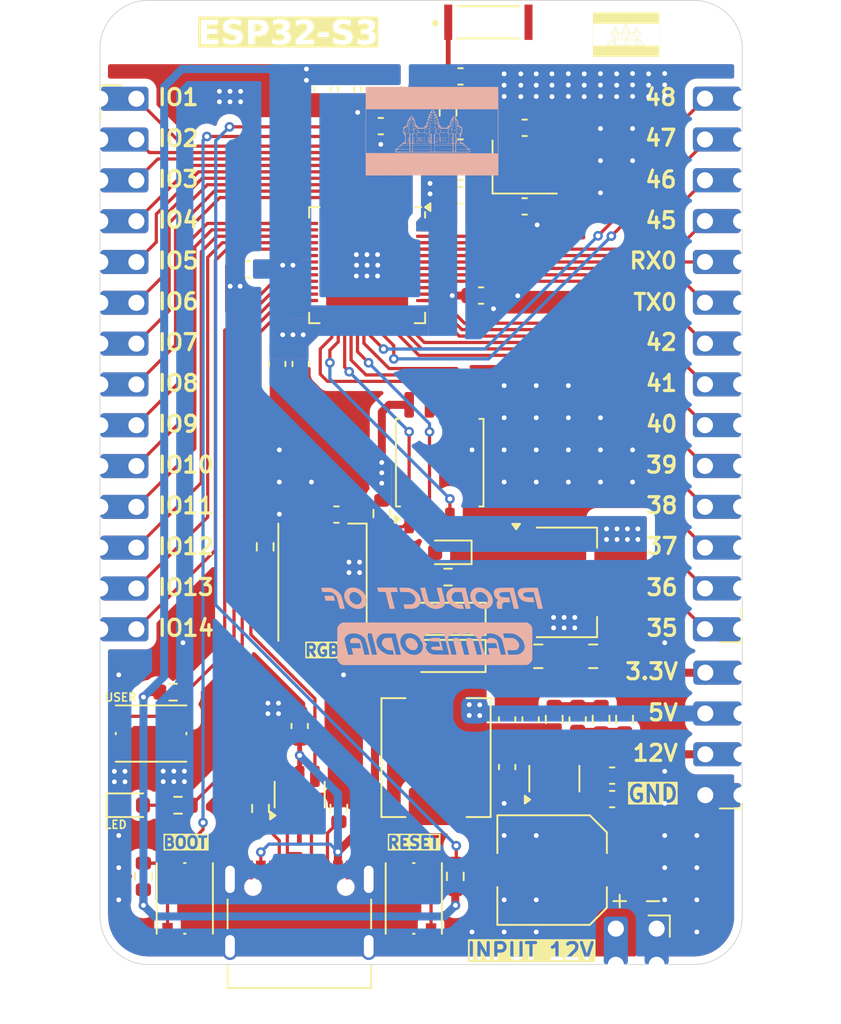
<source format=kicad_pcb>
(kicad_pcb (version 20240108) (generator "pcbnew") (generator_version "8.0")
  (layers (0 "F.Cu" signal) (1 "In1.Cu" signal) (2 "In2.Cu" signal) (31 "B.Cu" signal) (34 "B.Paste" user) (35 "F.Paste" user) (36 "B.SilkS" user "B.Silkscreen") (37 "F.SilkS" user "F.Silkscreen") (38 "B.Mask" user) (39 "F.Mask" user) (44 "Edge.Cuts" user))
  (net 0 "")
  (net 1 "GND")
  (net 2 "Net-(C1-Pad1)")
  (net 3 "+3.3V")
  (net 4 "Net-(U1-XTAL_P)")
  (net 5 "Net-(U1-XTAL_N)")
  (net 6 "+12V")
  (net 7 "Net-(U3-BOOT)")
  (net 8 "/SW")
  (net 9 "+5V")
  (net 10 "/FB")
  (net 11 "Net-(C19-Pad2)")
  (net 12 "/K")
  (net 13 "Net-(U1-LNA_IN)")
  (net 14 "Net-(C23-Pad1)")
  (net 15 "/VUSB")
  (net 16 "Net-(D3-DIN)")
  (net 18 "Net-(D4-A)")
  (net 19 "Net-(D5-A)")
  (net 20 "/IO12")
  (net 21 "/IO10")
  (net 22 "/IO7")
  (net 23 "/IO5")
  (net 24 "/IO9")
  (net 25 "/IO4")
  (net 26 "/IO3")
  (net 27 "/IO2")
  (net 28 "/IO1")
  (net 29 "/IO8")
  (net 30 "/IO14")
  (net 31 "/IO6")
  (net 32 "/IO13")
  (net 33 "/IO11")
  (net 34 "/IO38")
  (net 35 "/IO36")
  (net 36 "/IO41")
  (net 37 "/IO35")
  (net 38 "/IO47")
  (net 39 "/IO48")
  (net 40 "/RX0")
  (net 41 "/TX0")
  (net 42 "/IO40")
  (net 43 "/IO45")
  (net 44 "/IO46")
  (net 45 "/IO42")
  (net 46 "/IO39")
  (net 47 "/IO37")
  (net 49 "Net-(J3-CC1)")
  (net 50 "Net-(J3-CC2)")
  (net 51 "/D+")
  (net 52 "/D-")
  (net 54 "/RGB")
  (net 55 "/LED")
  (net 56 "/BUT")
  (net 57 "/SPICS0")
  (net 58 "/RESET")
  (net 59 "/BOOT")
  (net 61 "/SPIQ")
  (net 64 "/USB_D-")
  (net 66 "/SPIHD")
  (net 67 "/SPID")
  (net 68 "/USB_D+")
  (net 70 "/SPIWP")
  (net 71 "/SPICLK")
  (footprint "Capacitor_SMD:C_0603_1608Metric" (layer "F.Cu") (at 146.25 57.825 -90)
    (property "Reference" "C9" (hide yes))
    (property "Value" "1uF")
  )
  (footprint "Resistor_SMD:R_0603_1608Metric" (layer "F.Cu") (at 137.915 89.72 -90)
    (property "Reference" "R12" (hide yes))
    (property "Value" "10k")
  )
  (footprint "Capacitor_SMD:C_0603_1608Metric" (layer "F.Cu") (at 149.94 67.2 180)
    (property "Reference" "C24" (hide yes))
    (property "Value" "100nF")
  )
  (footprint "Capacitor_SMD:C_0603_1608Metric" (layer "F.Cu") (at 164.96 79.95 90)
    (property "Reference" "C19" (hide yes))
    (property "Value" "75pF")
  )
  (footprint "Capacitor_SMD:C_0603_1608Metric" (layer "F.Cu") (at 157.665 39.93)
    (property "Reference" "C23" (hide yes))
    (property "Value" "NC")
  )
  (footprint "Capacitor_SMD:C_0603_1608Metric" (layer "F.Cu") (at 147.65 80.36 90)
    (property "Reference" "C25" (hide yes))
    (property "Value" "0,1uF")
  )
  (footprint "Resistor_SMD:R_0603_1608Metric" (layer "F.Cu") (at 157.34 89.72 -90)
    (property "Reference" "R11" (hide yes))
    (property "Value" "10k")
  )
  (footprint "Capacitor_SMD:C_0603_1608Metric" (layer "F.Cu") (at 160.57 79.95 90)
    (property "Reference" "C17" (hide yes))
    (property "Value" "22uF")
  )
  (footprint "Connector_PinHeader_2.54mm:PinHeader_1x04_P2.54mm_Vertical" (layer "F.Cu") (at 175.16 84.66 180)
    (property "Reference" "J5" (hide yes))
    (property "Value" "POWER")
  )
  (footprint "Resistor_SMD:R_0603_1608Metric" (layer "F.Cu") (at 145.21 85.49 90)
    (property "Reference" "R4" (hide yes))
    (property "Value" "5,1k")
  )
  (footprint "Package_TO_SOT_SMD:SOT-23-6" (layer "F.Cu") (at 147.6475 84.63 90)
    (property "Reference" "U5" (hide yes))
    (property "Value" "USBLC6-2SC6")
  )
  (footprint "Inductor_SMD:L_Abracon_ASPI-0630LR" (layer "F.Cu") (at 156.14 82.325 90)
    (property "Reference" "L2" (hide yes))
    (property "Value" "10uH/3A")
  )
  (footprint "Resistor_SMD:R_0603_1608Metric" (layer "F.Cu") (at 152.765 67.14 90)
    (property "Reference" "R10" (hide yes))
    (property "Value" "100k")
  )
  (footprint "Connector_PinHeader_2.54mm:PinHeader_1x14_P2.54mm_Vertical" (layer "F.Cu") (at 175.14 74.335 180)
    (property "Reference" "J2" (hide yes))
    (property "Value" "Conn_01x14_Pin")
  )
  (footprint "Capacitor_SMD:C_0805_2012Metric" (layer "F.Cu") (at 165.93 76.02 180)
    (property "Reference" "C21" (hide yes))
    (property "Value" "10uF")
  )
  (footprint "Button_Switch_SMD:SW_Push_1P1T_NO_Vertical_Wuerth_434133025816" (layer "F.Cu") (at 138.395 80.83 180)
    (property "Reference" "SW3" (hide yes))
    (property "Value" "K1")
  )
  (footprint "Resistor_SMD:R_0603_1608Metric" (layer "F.Cu") (at 150.09 85.49 90)
    (property "Reference" "R5" (hide yes))
    (property "Value" "5,1k")
  )
  (footprint "LED_SMD:LED_0603_1608Metric" (layer "F.Cu") (at 137.105 85.29)
    (property "Reference" "D5" (hide yes))
    (property "Value" "LED_PWR")
  )
  (footprint "Connector_PinHeader_2.54mm:PinHeader_1x02_P2.54mm_Vertical" (layer "F.Cu") (at 169.88 95.22 -90)
    (property "Reference" "J4" (hide yes))
    (property "Value" "INPUT")
  )
  (footprint "Package_SO:SOIC-8_5.23x5.23mm_P1.27mm" (layer "F.Cu") (at 156.37 63.97 90)
    (property "Reference" "U2" (hide yes))
    (property "Value" "W25Q128JVS")
  )
  (footprint "Package_DFN_QFN:QFN-56-1EP_7x7mm_P0.4mm_EP4x4mm" (layer "F.Cu") (at 151.85 51.68 -90)
    (property "Reference" "U1" (hide yes))
    (property "Value" "ESP32-S3")
  )
  (footprint "Capacitor_SMD:C_0603_1608Metric" (layer "F.Cu") (at 147.71 57.825 -90)
    (property "Reference" "C8" (hide yes))
    (property "Value" "0,1uF")
  )
  (footprint "Button_Switch_SMD:SW_Push_1P1T_NO_Vertical_Wuerth_434133025816" (layer "F.Cu") (at 154.755 91.09 90)
    (property "Reference" "SW1" (hide yes))
    (property "Value" "K1")
  )
  (footprint "Package_TO_SOT_SMD:SOT-223-3_TabPin2" (layer "F.Cu") (at 164.26 71.42)
    (property "Reference" "U4" (hide yes))
    (property "Value" "AMS1117-3.3")
  )
  (footprint "Resistor_SMD:R_0603_1608Metric" (layer "F.Cu") (at 166.42 79.95 90)
    (property "Reference" "R8" (hide yes))
    (property "Value" "100k")
  )
  (footprint "Inductor_SMD:L_0603_1608Metric" (layer "F.Cu") (at 153.45 40.73 90)
    (property "Reference" "L1" (hide yes))
    (property "Value" "2nH/0.1nH")
  )
  (footprint "LOGO" (layer "F.Cu") (at 167.976115 36.966711)
    (property "Reference" "G***" (hide yes))
    (property "Value" "LOGO" (hide yes))
  )
  (footprint "ANT5320LL45R2400A:XCVR_ANT5320LL45R2400A" (layer "F.Cu") (at 159.4 36.56)
    (property "Reference" "E1" (hide yes))
    (property "Value" "ANT5320LL45R2400A")
  )
  (footprint "Resistor_SMD:R_0603_1608Metric" (layer "F.Cu") (at 156.89 71.09)
    (property "Reference" "R2" (hide yes))
    (property "Value" "220")
  )
  (footprint "Capacitor_SMD:C_0603_1608Metric" (layer "F.Cu") (at 157.665 44.36)
    (property "Reference" "C22" (hide yes))
    (property "Value" "NC")
  )
  (footprint "Connector_USB:USB_C_Receptacle_Palconn_UTC16-G" (layer "F.Cu") (at 147.63 91.83)
    (property "Reference" "J3" (hide yes))
    (property "Value" "USB_C_Receptacle_USB2.0_16P")
  )
  (footprint "Capacitor_SMD:C_0603_1608Metric" (layer "F.Cu") (at 150.53 40.73 -90)
    (property "Reference" "C2" (hide yes))
    (property "Value" "0,1uF")
  )
  (footprint "Capacitor_SMD:C_0603_1608Metric" (layer "F.Cu") (at 162.03 79.95 90)
    (property "Reference" "C18" (hide yes))
    (property "Value" "22uF")
  )
  (footprint "LED_SMD:LED_0603_1608Metric" (layer "F.Cu") (at 156.87 69.55 180)
    (property "Reference" "D4" (hide yes))
    (property "Value" "LED_PWR")
  )
  (footprint "Capacitor_SMD:CP_Elec_6.3x7.7" (layer "F.Cu") (at 163.37 89.325 180)
    (property "Reference" "C13" (hide yes))
    (property "Value" "220uF/35V")
  )
  (footprint "Capacitor_SMD:C_0603_1608Metric" (layer "F.Cu") (at 158.945 53.57)
    (property "Reference" "C10" (hide yes))
    (property "Value" "0,1uF")
  )
  (footprint "Capacitor_SMD:C_0603_1608Metric" (layer "F.Cu") (at 151.99 40.73 -90)
    (property "Reference" "C3" (hide yes))
    (property "Value" "1uF")
  )
  (footprint "Resistor_SMD:R_0603_1608Metric" (layer "F.Cu") (at 156.89 42.14 90)
    (property "Reference" "R15" (hide yes))
    (property "Value" "0R")
  )
  (footprint "Capacitor_SMD:C_0603_1608Metric" (layer "F.Cu") (at 149.07 40.73 -90)
    (property "Reference" "C4" (hide yes))
    (property "Value" "10uF")
  )
  (footprint "Capacitor_SMD:C_0603_1608Metric" (layer "F.Cu") (at 161.66 48.02)
    (property "Reference" "C11" (hide yes))
    (property "Value" "20pF")
  )
  (footprint "Crystal:Crystal_SMD_3225-4Pin_3.2x2.5mm" (layer "F.Cu") (at 161.66 45.57)
    (property "Reference" "Y1" (hide yes))
    (property "Value" "40MHz")
  )
  (footprint "Resistor_SMD:R_0603_1608Metric" (layer "F.Cu") (at 163.5 79.95 -90)
    (property "Reference" "R7" (hide yes))
    (property "Value" "49.9")
  )
  (footprint "Resistor_SMD:R_0603_1608Metric" (layer "F.Cu") (at 139.765 78.25 180)
    (property "Reference" "R6" (hide yes))
    (property "Value" "10k")
  )
  (footprint "LED_SMD:LED_WS2812B_PLCC4_5.0x5.0mm_P3.2mm" (layer "F.Cu") (at 149.07 71.41 90)
    (property "Reference" "D3" (hide yes))
    (property "Value" "WS2812B")
  )
  (footprint "Capacitor_SMD:C_0603_1608Metric" (layer "F.Cu") (at 157.665 45.87)
    (property "Reference" "C5" (hide yes))
    (property "Value" "1uF")
  )
  (footprint "Capacitor_SMD:C_0603_1608Metric" (layer "F.Cu") (at 157.665 47.33)
    (property "Reference" "C6" (hide yes))
    (property "Value" "10nF")
  )
  (footprint "Button_Switch_SMD:SW_Push_1P1T_NO_Vertical_Wuerth_434133025816" (layer "F.Cu") (at 140.495 91.09 -90)
    (property "Reference" "SW2" (hide yes))
    (property "Value" "K2")
  )
  (footprint "Capacitor_SMD:C_0603_1608Metric" (layer "F.Cu") (at 160.57 82.915 90)
    (property "Reference" "C16" (hide yes))
    (property "Value" "100n")
  )
  (footprint "Capacitor_SMD:C_0603_1608Metric" (layer "F.Cu") (at 152.7 43.025 180)
    (property "Reference" "C1" (hide yes))
    (property "Value" "0,1uF")
  )
  (footprint "Capacitor_SMD:C_0603_1608Metric" (layer "F.Cu") (at 167.11 83.4475 180)
    (property "Reference" "C14" (hide yes))
    (property "Value" "10uF")
  )
  (footprint "Diode_SMD:D_SOD-123" (layer "F.Cu") (at 156.8675 76 180)
    (property "Reference" "D2" (hide yes))
    (property "Value" "D5819")
  )
  (footprint "Resistor_SMD:R_0603_1608Metric" (layer "F.Cu") (at 140.075 85.29)
    (property "Reference" "R3" (hide yes))
    (property "Value" "220")
  )
  (footprint "Capacitor_SMD:C_0603_1608Metric" (layer "F.Cu") (at 144.45 51.94 180)
    (property "Reference" "C7" (hide yes))
    (property "Value" "0,1uF")
  )
  (footprint "Capacitor_SMD:C_0603_1608Metric" (layer "F.Cu") (at 167.11 84.9075 180)
    (property "Reference" "C15" (hide yes))
    (property "Value" "0.1uF")
  )
  (footprint "Resistor_SMD:R_0603_1608Metric" (layer "F.Cu") (at 167.88 79.95 -90)
    (property "Reference" "R9" (hide yes))
    (property "Value" "13.3k")
  )
  (footprint "Package_TO_SOT_SMD:SOT-23-6" (layer "F.Cu") (at 163.51 83.64 90)
    (property "Reference" "U3" (hide yes))
    (property "Value" "TPS54302")
  )
  (footprint "Diode_SMD:D_SOD-123" (layer "F.Cu") (at 156.8675 73.69 180)
    (property "Reference" "D1" (hide yes))
    (property "Value" "D5819")
  )
  (footprint "Capacitor_SMD:C_0805_2012Metric" (layer "F.Cu") (at 162.51 76.02)
    (property "Reference" "C20" (hide yes))
    (property "Value" "22uF")
  )
  (footprint "Capacitor_SMD:C_0603_1608Metric" (layer "F.Cu") (at 161.66 43.13 180)
    (property "Reference" "C12" (hide yes))
    (property "Value" "20pF")
  )
  (footprint "Connector_PinHeader_2.54mm:PinHeader_1x14_P2.54mm_Vertical" (layer "F.Cu") (at 135.23 41.32)
    (property "Reference" "J1" (hide yes))
    (property "Value" "Conn_01x14_Pin")
  )
  (footprint "Resistor_SMD:R_0603_1608Metric" (layer "F.Cu") (at 145.5 69.205 -90)
    (property "Reference" "R1" (hide yes))
    (property "Value" "220")
  )
  (footprint "LOGO" (layer "B.Cu") (at 155.9 42.61 180)
    (property "Reference" "G***" (hide yes))
    (property "Value" "LOGO" (hide yes))
  )
  (footprint "my_kicad_silkscreen:pro_cam_v2" (layer "B.Cu") (at 155.881543 74.166802 180)
    (property "Reference" "G***")
    (property "Value" "LOGO" (hide yes))
  )
  (gr_line (start 135.21 92.2) (end 135.21 38.2) (stroke (width 0.05)) (layer "Edge.Cuts"))
  (gr_line (start 175.21 38.2) (end 175.21 92.2) (stroke (width 0.05)) (layer "Edge.Cuts"))
  (gr_line (start 138.21 35.2) (end 172.21 35.2) (stroke (width 0.05)) (layer "Edge.Cuts"))
  (gr_arc (start 135.21 38.2) (mid 136.08868 36.07868) (end 138.21 35.2) (stroke (width 0.05)) (layer "Edge.Cuts"))
  (gr_line (start 172.21 95.2) (end 138.21 95.2) (stroke (width 0.05)) (layer "Edge.Cuts"))
  (gr_arc (start 175.21 92.2) (mid 174.33132 94.32132) (end 172.21 95.2) (stroke (width 0.05)) (layer "Edge.Cuts"))
  (gr_arc (start 138.21 95.199999) (mid 136.095136 94.317793) (end 135.219984 92.2) (stroke (width 0.05)) (layer "Edge.Cuts"))
  (gr_arc (start 172.21 35.2) (mid 174.33132 36.07868) (end 175.21 38.2) (stroke (width 0.05)) (layer "Edge.Cuts"))
  (gr_text "LED" (at 135.45 86.79 0) (layer "F.SilkS") (effects (font (size 0.5 0.5) (thickness 0.1)) (justify left bottom)))
  (gr_text "IO12" (at 138.72 69.77 0) (layer "F.SilkS") (effects (font (size 1 1) (thickness 0.2) (bold yes)) (justify left bottom)))
  (gr_text "RESET" (at 153.03 88.03 0) (layer "F.SilkS" knockout) (effects (font (size 0.7 0.7) (thickness 0.175) (bold yes)) (justify left bottom)))
  (gr_text "41" (at 171.26 59.61 0) (layer "F.SilkS") (effects (font (size 1 1) (thickness 0.2) (bold yes)) (justify right bottom)))
  (gr_text "IO1" (at 138.72 41.82 0) (layer "F.SilkS") (effects (font (size 1 1) (thickness 0.2) (bold yes)) (justify left bottom)))
  (gr_text "12V" (at 171.31 82.63 0) (layer "F.SilkS") (effects (font (size 1 1) (thickness 0.2) (bold yes)) (justify right bottom)))
  (gr_text "42" (at 171.25 57.06 0) (layer "F.SilkS") (effects (font (size 1 1) (thickness 0.2) (bold yes)) (justify right bottom)))
  (gr_text "TX0" (at 171.25 54.57 0) (layer "F.SilkS") (effects (font (size 1 1) (thickness 0.2) (bold yes)) (justify right bottom)))
  (gr_text "47" (at 171.22 44.35 0) (layer "F.SilkS") (effects (font (size 1 1) (thickness 0.2) (bold yes)) (justify right bottom)))
  (gr_text "48" (at 171.21 41.82 0) (layer "F.SilkS") (effects (font (size 1 1) (thickness 0.2) (bold yes)) (justify right bottom)))
  (gr_text "IO7" (at 138.72 57.07 0) (layer "F.SilkS") (effects (font (size 1 1) (thickness 0.2) (bold yes)) (justify left bottom)))
  (gr_text "RGB" (at 147.89 76.07 0) (layer "F.SilkS" knockout) (effects (font (size 0.7 0.7) (thickness 0.175) (bold yes)) (justify left bottom)))
  (gr_text "39" (at 171.28 64.69 0) (layer "F.SilkS") (effects (font (size 1 1) (thickness 0.2) (bold yes)) (justify right bottom)))
  (gr_text "40" (at 171.27 62.15 0) (layer "F.SilkS") (effects (font (size 1 1) (thickness 0.2) (bold yes)) (justify right bottom)))
  (gr_text "36" (at 171.3 72.32 0) (layer "F.SilkS") (effects (font (size 1 1) (thickness 0.2) (bold yes)) (justify right bottom)))
  (gr_text "IO6" (at 138.72 54.53 0) (layer "F.SilkS") (effects (font (size 1 1) (thickness 0.2) (bold yes)) (justify left bottom)))
  (gr_text "3.3V" (at 171.32 77.55 0) (layer "F.SilkS") (effects (font (size 1 1) (thickness 0.2) (bold yes)) (justify right bottom)))
  (gr_text "46" (at 171.23 46.94 0) (layer "F.SilkS") (effects (font (size 1 1) (thickness 0.2) (bold yes)) (justify right bottom)))
  (gr_text "38" (at 171.29 67.22 0) (layer "F.SilkS") (effects (font (size 1 1) (thickness 0.2) (bold yes)) (justify right bottom)))
  (gr_text "ESP32-S3" (at 141.3 38.188875 0) (layer "F.SilkS" knockout) (effects (font (size 1.5 1.5) (thickness 0.3) (bold yes)) (justify left bottom)))
  (gr_text "IO8" (at 138.72 59.61 0) (layer "F.SilkS") (effects (font (size 1 1) (thickness 0.2) (bold yes)) (justify left bottom)))
  (gr_text "45" (at 171.24 49.48 0) (layer "F.SilkS") (effects (font (size 1 1) (thickness 0.2) (bold yes)) (justify right bottom)))
  (gr_text "RX0" (at 171.25 51.99 0) (layer "F.SilkS") (effects (font (size 1 1) (thickness 0.2) (bold yes)) (justify right bottom)))
  (gr_text "IO9" (at 138.72 62.15 0) (layer "F.SilkS") (effects (font (size 1 1) (thickness 0.2) (bold yes)) (justify left bottom)))
  (gr_text "IO3" (at 138.72 46.91 0) (layer "F.SilkS") (effects (font (size 1 1) (thickness 0.2) (bold yes)) (justify left bottom)))
  (gr_text "IO4" (at 138.72 49.45 0) (layer "F.SilkS") (effects (font (size 1 1) (thickness 0.2) (bold yes)) (justify left bottom)))
  (gr_text "BOOT" (at 139.06 88.03 0) (layer "F.SilkS" knockout) (effects (font (size 0.7 0.7) (thickness 0.175) (bold yes)) (justify left bottom)))
  (gr_text "IO5" (at 138.72 51.99 0) (layer "F.SilkS") (effects (font (size 1 1) (thickness 0.2) (bold yes)) (justify left bottom)))
  (gr_text "INPUT 12V" (at 157.97 94.97 0) (layer "F.SilkS" knockout) (effects (font (size 1 1) (thickness 0.2) (bold yes)) (justify left bottom)))
  (gr_text "IO10" (at 138.72 64.69 0) (layer "F.SilkS") (effects (font (size 1 1) (thickness 0.2) (bold yes)) (justify left bottom)))
  (gr_text "IO13" (at 138.72 72.31 0) (layer "F.SilkS") (effects (font (size 1 1) (thickness 0.2) (bold yes)) (justify left bottom)))
  (gr_text "37" (at 171.3 69.75 0) (layer "F.SilkS") (effects (font (size 1 1) (thickness 0.2) (bold yes)) (justify right bottom)))
  (gr_text "IO14" (at 138.72 74.85 0) (layer "F.SilkS") (effects (font (size 1 1) (thickness 0.2) (bold yes)) (justify left bottom)))
  (gr_text "-" (at 168.95 91.77 0) (layer "F.SilkS") (effects (font (size 1 1) (thickness 0.125)) (justify left bottom)))
  (gr_text "IO11" (at 138.72 67.23 0) (layer "F.SilkS") (effects (font (size 1 1) (thickness 0.2) (bold yes)) (justify left bottom)))
  (gr_text "USER" (at 135.45 78.87 0) (layer "F.SilkS") (effects (font (size 0.5 0.5) (thickness 0.1)) (justify left bottom)))
  (gr_text "IO2" (at 138.72 44.37 0) (layer "F.SilkS") (effects (font (size 1 1) (thickness 0.2) (bold yes)) (justify left bottom)))
  (gr_text "35" (at 171.31 74.85 0) (layer "F.SilkS") (effects (font (size 1 1) (thickness 0.2) (bold yes)) (justify right bottom)))
  (gr_text "5V" (at 171.31 80.11 0) (layer "F.SilkS") (effects (font (size 1 1) (thickness 0.2) (bold yes)) (justify right bottom)))
  (gr_text "GND" (at 171.3 85.17 0) (layer "F.SilkS" knockout) (effects (font (size 1 1) (thickness 0.2) (bold yes)) (justify right bottom)))
  (segment (start 162.435 46.745) (end 162.76 46.42) (width 0.5) (layer "F.Cu") (net 1))
  (segment (start 162.435 49.165) (end 162.44 49.17) (width 0.5) (layer "F.Cu") (net 1))
  (segment (start 160.56 43.455) (end 160.885 43.13) (width 0.5) (layer "F.Cu") (net 1))
  (segment (start 147.6475 85.7675) (end 147.6475 84.6725) (width 0.3) (layer "F.Cu") (net 1))
  (segment (start 148.087501 84.665) (end 150.09 84.665) (width 0.3) (layer "F.Cu") (net 1))
  (segment (start 162.435 48.02) (end 162.435 49.165) (width 0.5) (layer "F.Cu") (net 1))
  (segment (start 147.6475 85.105001) (end 147.207499 84.665) (width 0.3) (layer "F.Cu") (net 1))
  (segment (start 147.6475 84.6725) (end 147.64 84.665) (width 0.3) (layer "F.Cu") (net 1))
  (segment (start 162.435 48.02) (end 162.435 46.745) (width 0.5) (layer "F.Cu") (net 1))
  (segment (start 147.6475 85.105001) (end 148.087501 84.665) (width 0.3) (layer "F.Cu") (net 1))
  (segment (start 147.6475 85.7675) (end 147.6475 85.105001) (width 0.3) (layer "F.Cu") (net 1))
  (segment (start 162.56 46.42) (end 160.86 44.72) (width 0.2) (layer "F.Cu") (net 1))
  (segment (start 162.76 46.42) (end 162.56 46.42) (width 0.2) (layer "F.Cu") (net 1))
  (segment (start 147.207499 84.665) (end 145.21 84.665) (width 0.3) (layer "F.Cu") (net 1))
  (segment (start 145.21 84.665) (end 147.64 84.665) (width 0.3) (layer "F.Cu") (net 1))
  (segment (start 160.86 44.72) (end 160.56 44.72) (width 0.2) (layer "F.Cu") (net 1))
  (segment (start 160.56 44.72) (end 160.56 43.455) (width 0.5) (layer "F.Cu") (net 1))
  (segment (start 147.64 84.665) (end 150.09 84.665) (width 0.3) (layer "F.Cu") (net 1))
  (via (at 162.38175 65.175) (size 0.6) (drill 0.3) (layers "F.Cu" "B.Cu") (net 1))
  (via (at 150.72 70.16) (size 0.6) (drill 0.3) (layers "F.Cu" "B.Cu") (net 1))
  (via (at 159.72 54.39) (size 0.6) (drill 0.3) (layers "F.Cu" "B.Cu") (net 1))
  (via (at 151.85 51.68) (size 0.6) (drill 0.3) (layers "F.Cu" "B.Cu") (net 1))
  (via (at 152.7 44.16) (size 0.6) (drill 0.3) (layers "F.Cu" "B.Cu") (net 1))
  (via (at 164.78 74.25) (size 0.6) (drill 0.3) (layers "F.Cu" "B.Cu") (net 1))
  (via (at 168.38175 65.175) (size 0.6) (drill 0.3) (layers "F.Cu" "B.Cu") (net 1))
  (via (at 168.38 40.460221) (size 0.6) (drill 0.3) (layers "F.Cu" "B.Cu") (net 1))
  (via (at 170.38175 75.175) (size 0.6) (drill 0.3) (layers "F.Cu" "B.Cu") (net 1))
  (via (at 143.31 40.86) (size 0.6) (drill 0.3) (layers "F.Cu" "B.Cu") (net 1))
  (via (at 166.38 40.47) (size 0.6) (drill 0.3) (layers "F.Cu" "B.Cu") (net 1))
  (via (at 166.38175 43.175) (size 0.6) (drill 0.3) (layers "F.Cu" "B.Cu") (net 1))
  (via (at 168.38175 63.175) (size 0.6) (drill 0.3) (layers "F.Cu" "B.Cu") (net 1))
  (via (at 143.97 41.51) (size 0.6) (drill 0.3) (layers "F.Cu" "B.Cu") (net 1))
  (via (at 166.38175 45.175) (size 0.6) (drill 0.3) (layers "F.Cu" "B.Cu") (net 1))
  (via (at 136.38175 87.175) (size 0.6) (drill 0.3) (layers "F.Cu" "B.Cu") (net 1))
  (via (at 162.38 39.77) (size 0.6) (drill 0.3) (layers "F.Cu" "B.Cu") (net 1))
  (via (at 164.38175 41.175) (size 0.6) (drill 0.3) (layers "F.Cu" "B.Cu") (net 1))
  (via (at 139.81 83.82) (size 0.6) (drill 0.3) (layers "F.Cu" "B.Cu") (net 1))
  (via (at 168.38 39.750221) (size 0.6) (drill 0.3) (layers "F.Cu" "B.Cu") (net 1))
  (via (at 164.78 73.6) (size 0.6) (drill 0.3) (layers "F.Cu" "B.Cu") (net 1))
  (via (at 145.67 78.94) (size 0.6) (drill 0.3) (layers "F.Cu" "B.Cu") (net 1))
  (via (at 170.38175 85.175) (size 0.6) (drill 0.3) (layers "F.Cu" "B.Cu") (net 1))
  (via (at 160.38175 41.175) (size 0.6) (drill 0.3) (layers "F.Cu" "B.Cu") (net 1))
  (via (at 166.38175 61.175) (size 0.6) (drill 0.3) (layers "F.Cu" "B.Cu") (net 1))
  (via (at 164.38175 63.175) (size 0.6) (drill 0.3) (layers "F.Cu" "B.Cu") (net 1))
  (via (at 162.38175 93.175) (size 0.6) (drill 0.3) (layers "F.Cu" "B.Cu") (net 1))
  (via (at 165.37 40.48) (size 0.6) (drill 0.3) (layers "F.Cu" "B.Cu") (net 1))
  (via (at 172.38175 87.175) (size 0.6) (drill 0.3) (layers "F.Cu" "B.Cu") (net 1))
  (via (at 162.38175 63.175) (size 0.6) (drill 0.3) (layers "F.Cu" "B.Cu") (net 1))
  (via (at 164.38 40.47) (size 0.6) (drill 0.3) (layers "F.Cu" "B.Cu") (net 1))
  (via (at 172.38175 89.175) (size 0.6) (drill 0.3) (layers "F.Cu" "B.Cu") (net 1))
  (via (at 143.32 52.99) (size 0.6) (drill 0.3) (layers "F.Cu" "B.Cu") (net 1))
  (via (at 160.38175 87.175) (size 0.6) (drill 0.3) (layers "F.Cu" "B.Cu") (net 1))
  (via (at 165.37 41.19) (size 0.6) (drill 0.3) (layers "F.Cu" "B.Cu") (net 1))
  (via (at 166.38175 47.175) (size 0.6) (drill 0.3) (layers "F.Cu" "B.Cu") (net 1))
  (via (at 167.39 40.48) (size 0.6) (drill 0.3) (layers "F.Cu" "B.Cu") (net 1))
  (via (at 166.38 39.76) (size 0.6) (drill 0.3) (layers "F.Cu" "B.Cu") (net 1))
  (via (at 163.36 40.48) (size 0.6) (drill 0.3) (layers "F.Cu" "B.Cu") (net 1))
  (via (at 143.31 41.51) (size 0.6) (drill 0.3) (layers "F.Cu" "B.Cu") (net 1))
  (via (at 146.38175 65.175) (size 0.6) (drill 0.3) (layers "F.Cu" "B.Cu") (net 1))
  (via (at 166.38175 63.175) (size 0.6) (drill 0.3) (layers "F.Cu" "B.Cu") (net 1))
  (via (at 142.65 41.51) (size 0.6) (drill 0.3) (layers "F.Cu" "B.Cu") (net 1))
  (via (at 136.38175 77.175) (size 0.6) (drill 0.3) (layers "F.Cu" "B.Cu") (net 1))
  (via (at 151.18 52.35) (size 0.6) (drill 0.3) (layers "F.Cu" "B.Cu") (net 1))
  (via (at 166.38175 41.175) (size 0.6) (drill 0.3) (layers "F.Cu" "B.Cu") (net 1))
  (via (at 163.36 39.77) (size 0.6) (drill 0.3) (layers "F.Cu" "B.Cu") (net 1))
  (via (at 161.42 40.48) (size 0.6) (drill 0.3) (layers "F.Cu" "B.Cu") (net 1))
  (via (at 161.23 53.58) (size 0.6) (drill 0.3) (layers "F.Cu" "B.Cu") (net 1))
  (via (at 160.38 39.77) (size 0.6) (drill 0.3) (layers "F.Cu" "B.Cu") (net 1))
  (via (at 168.38175 43.175) (size 0.6) (drill 0.3) (layers "F.Cu" "B.Cu") (net 1))
  (via (at 140.47 83.17) (size 0.6) (drill 0.3) (layers "F.Cu" "B.Cu") (net 1))
  (via (at 161.42 39.77) (size 0.6) (drill 0.3) (layers "F.Cu" "B.Cu") (net 1))
  (via (at 164.38175 61.175) (size 0.6) (drill 0.3) (layers "F.Cu" "B.Cu") (net 1))
  (via (at 170.38 39.75) (size 0.6) (drill 0.3) (layers "F.Cu" "B.Cu") (net 1))
  (via (at 140.38175 75.175) (size 0.6) (drill 0.3) (layers "F.Cu" "B.Cu") (net 1))
  (via (at 158.38175 93.175) (size 0.6) (drill 0.3) (layers "F.Cu" "B.Cu") (net 1))
  (via (at 148.38175 65.175) (size 0.6) (drill 0.3) (layers "F.Cu" "B.Cu") (net 1))
  (via (at 162.38 40.48) (size 0.6) (drill 0.3) (layers "F.Cu" "B.Cu") (net 1))
  (via (at 150.38175 77.175) (size 0.6) (drill 0.3) (layers "F.Cu" "B.Cu") (net 1))
  (via (at 163.46 73.6) (size 0.6) (drill 0.3) (layers "F.Cu" "B.Cu") (net 1))
  (via (at 151.38 70.81) (size 0.6) (drill 0.3) (layers "F.Cu" "B.Cu") (net 1))
  (via (at 136.11 83.83) (size 0.6) (drill 0.3) (layers "F.Cu" "B.Cu") (net 1))
  (via (at 164.38175 59.175) (size 0.6) (drill 0.3) (layers "F.Cu" "B.Cu") (net 1))
  (via (at 136.77 83.18) (size 0.6) (drill 0.3) (layers "F.Cu" "B.Cu") (net 1))
  (via (at 145.67 79.59) (size 0.6) (drill 0.3) (layers "F.Cu" "B.Cu") (net 1))
  (via (at 165.37 39.77) (size 0.6) (drill 0.3) (layers "F.Cu" "B.Cu") (net 1))
  (via (at 142.65 40.86) (size 0.6) (drill 0.3) (layers "F.Cu" "B.Cu") (net 1))
  (via (at 152.5 51.02) (size 0.6) (drill 0.3) (layers "F.Cu" "B.Cu") (net 1))
  (via (at 160.38175 61.175) (size 0.6) (drill 0.3) (layers "F.Cu" "B.Cu") (net 1))
  (via (at 163.36 41.19) (size 0.6) (drill 0.3) (layers "F.Cu" "B.Cu") (net 1))
  (via (at 172.38175 91.175) (size 0.6) (drill 0.3) (layers "F.Cu" "B.Cu") (net 1))
  (via (at 160.38 40.48) (size 0.6) (drill 0.3) (layers "F.Cu" "B.Cu") (net 1))
  (via (at 170.38175 89.175) (size 0.6) (drill 0.3) (layers "F.Cu" "B.Cu") (net 1))
  (via (at 166.38175 65.175) (size 0.6) (drill 0.3) (layers "F.Cu" "B.Cu") (net 1))
  (via (at 162.38175 59.175) (size 0.6) (drill 0.3) (layers "F.Cu" "B.Cu") (net 1))
  (via (at 136.38175 89.175) (size 0.6) (drill 0.3) (layers "F.Cu" "B.Cu") (net 1))
  (via (at 169.38 41.19) (size 0.6) (drill 0.3) (layers "F.Cu" "B.Cu") (net 1))
  (via (at 151.84 52.35) (size 0.6) (drill 0.3) (layers "F.Cu" "B.Cu") (net 1))
  (via (at 170.38175 83.175) (size 0.6) (drill 0.3) (layers "F.Cu" "B.Cu") (net 1))
  (via (at 139.15 83.82) (size 0.6) (drill 0.3) (layers "F.Cu" "B.Cu") (net 1))
  (via (at 151.18 51.02) (size 0.6) (drill 0.3) (layers "F.Cu" "B.Cu") (net 1))
  (via (at 151.19 51.68) (size 0.6) (drill 0.3) (layers "F.Cu" "B.Cu") (net 1))
  (via (at 164.38 39.76) (size 0.6) (drill 0.3) (layers "F.Cu" "B.Cu") (net 1))
  (via (at 162.38175 87.175) (size 0.6) (drill 0.3) (layers "F.Cu" "B.Cu") (net 1))
  (via (at 140.47 83.82) (size 0.6) (drill 0.3) (layers "F.Cu" "B.Cu") (net 1))
  (via (at 151.38 70.16) (size 0.6) (drill 0.3) (layers "F.Cu" "B.Cu") (net 1))
  (via (at 152.51 51.68) (size 0.6) (drill 0.3) (layers "F.Cu" "B.Cu") (net 1))
  (via (at 160.38175 91.175) (size 0.6) (drill 0.3) (layers "F.Cu" "B.Cu") (net 1))
  (via (at 164.12 74.25) (size 0.6) (drill 0.3) (layers "F.Cu" "B.Cu") (net 1))
  (via (at 136.77 83.83) (size 0.6) (drill 0.3) (layers "F.Cu" "B.Cu") (net 1))
  (via (at 170.38175 41.175) (size 0.6) (drill 0.3) (layers "F.Cu" "B.Cu") (net 1))
  (via (at 168.38175 41.175) (size 0.6) (drill 0.3) (layers "F.Cu" "B.Cu") (net 1))
  (via (at 172.38175 93.175) (size 0.6) (drill 0.3) (layers "F.Cu" "B.Cu") (net 1))
  (via (at 146.33 78.94) (size 0.6) (drill 0.3) (layers "F.Cu" "B.Cu") (net 1))
  (via (at 136.11 83.18) (size 0.6) (drill 0.3) (layers "F.Cu" "B.Cu") (net 1))
  (via (at 170.38 40.46) (size 0.6) (drill 0.3) (layers "F.Cu" "B.Cu") (net 1))
  (via (at 167.39 39.77) (size 0.6) (drill 0.3) (layers "F.Cu" "B.Cu") (net 1))
  (via (at 139.15 83.17) (size 0.6) (drill 0.3) (layers "F.Cu" "B.Cu") (net 1))
  (via (at 160.38175 93.175) (size 0.6) (drill 0.3) (layers "F.Cu" "B.Cu") (net 1))
  (via (at 164.38175 65.175) (size 0.6) (drill 0.3) (layers "F.Cu" "B.Cu") (net 1))
  (via (at 136.38175 91.175) (size 0.6) (drill 0.3) (layers "F.Cu" "B.Cu") (net 1))
  (via (at 162.44 49.17) (size 0.6) (drill 0.3) (layers "F.Cu" "B.Cu") (net 1))
  (via (at 160.38175 59.175) (size 0.6) (drill 0.3) (layers "F.Cu" "B.Cu") (net 1))
  (via (at 170.38175 91.175) (size 0.6) (drill 0.3) (layers "F.Cu" "B.Cu") (net 1))
  (via (at 146.33 79.59) (size 0.6) (drill 0.3) (layers "F.Cu" "B.Cu") (net 1))
  (via (at 146.38175 67.175) (size 0.6) (drill 0.3) (layers "F.Cu" "B.Cu") (net 1))
  (via (at 162.38175 61.175) (size 0.6) (drill 0.3) (layers "F.Cu" "B.Cu") (net 1))
  (via (at 162.38175 91.175) (size 0.6) (drill 0.3) (layers "F.Cu" "B.Cu") (net 1))
  (via (at 151.84 51.02) (size 0.6) (drill 0.3) (layers "F.Cu" "B.Cu") (net 1))
  (via (at 160.38175 63.175) (size 0.6) (drill 0.3) (layers "F.Cu" "B.Cu") (net 1))
  (via (at 150.72 70.81) (size 0.6) (drill 0.3) (layers "F.Cu" "B.Cu") (net 1))
  (via (at 143.94 52.99) (size 0.6) (drill 0.3) (layers "F.Cu" "B.Cu") (net 1))
  (via (at 152.5 52.35) (size 0.6) (drill 0.3) (layers "F.Cu" "B.Cu") (net 1))
  (via (at 151.26 42.17) (size 0.6) (drill 0.3) (layers "F.Cu" "B.Cu") (net 1))
  (via (at 143.97 40.86) (size 0.6) (drill 0.3) (layers "F.Cu" "B.Cu") (net 1))
  (via (at 169.38 39.77) (size 0.6) (drill 0.3) (layers "F.Cu" "B.Cu") (net 1))
  (via (at 168.38175 45.175) (size 0.6) (drill 0.3) (layers "F.Cu" "B.Cu") (net 1))
  (via (at 161.42 41.19) (size 0.6) (drill 0.3) (layers "F.Cu" "B.Cu") (net 1))
  (via (at 170.38175 87.175) (size 0.6) (drill 0.3) (layers "F.Cu" "B.Cu") (net 1))
  (via (at 167.39 41.19) (size 0.6) (drill 0.3) (layers "F.Cu" "B.Cu") (net 1))
  (via (at 158.38175 63.175) (size 0.6) (drill 0.3) (layers "F.Cu" "B.Cu") (net 1))
  (via (at 163.46 74.25) (size 0.6) (drill 0.3) (layers "F.Cu" "B.Cu") (net 1))
  (via (at 160.38175 85.175) (size 0.6) (drill 0.3) (layers "F.Cu" "B.Cu") (net 1))
  (via (at 169.38 40.48) (size 0.6) (drill 0.3) (layers "F.Cu" "B.Cu") (net 1))
  (via (at 162.38175 41.175) (size 0.6) (drill 0.3) (layers "F.Cu" "B.Cu") (net 1))
  (via (at 164.12 73.6) (size 0.6) (drill 0.3) (layers "F.Cu" "B.Cu") (net 1))
  (via (at 160.38175 65.175) (size 0.6) (drill 0.3) (layers "F.Cu" "B.Cu") (net 1))
  (via (at 146.38175 63.175) (size 0.6) (drill 0.3) (layers "F.Cu" "B.Cu") (net 1))
  (via (at 139.81 83.17) (size 0.6) (drill 0.3) (layers "F.Cu" "B.Cu") (net 1))
  (segment (start 153.65 48.23) (end 153.65 43.2) (width 0.2) (layer "F.Cu") (net 2))
  (segment (start 153.475 43.025) (end 153.475 41.5425) (width 0.5) (layer "F.Cu") (net 2))
  (segment (start 153.475 41.5425) (end 153.45 41.5175) (width 0.5) (layer "F.Cu") (net 2))
  (segment (start 153.65 43.2) (end 153.475 43.025) (width 0.2) (layer "F.Cu") (net 2))
  (segment (start 154.05 48.23) (end 154.05 47.83) (width 0.2) (layer "F.Cu") (net 2))
  (segment (start 154.05 48.23) (end 153.65 48.23) (width 0.2) (layer "F.Cu") (net 2))
  (segment (start 145.225 51.94) (end 145.485 51.68) (width 0.5) (layer "F.Cu") (net 3))
  (segment (start 145.485 51.68) (end 147.23 51.68) (width 0.5) (layer "F.Cu") (net 3))
  (segment (start 138.23 78.25) (end 138.94 78.25) (width 0.5) (layer "F.Cu") (net 3))
  (segment (start 147.23 56.01) (end 147.23 56.57) (width 0.5) (layer "F.Cu") (net 3))
  (segment (start 147.23 56.01) (end 146.59 56.01) (width 0.5) (layer "F.Cu") (net 3))
  (segment (start 166.88 76.02) (end 166.88 71.95) (width 0.5) (layer "F.Cu") (net 3))
  (segment (start 146.59 56.71) (end 146.25 57.05) (width 0.5) (layer "F.Cu") (net 3))
  (segment (start 155.3 49.48) (end 155.3 49.08) (width 0.2) (layer "F.Cu") (net 3))
  (segment (start 147.71 57.05) (end 146.25 57.05) (width 0.5) (layer "F.Cu") (net 3))
  (segment (start 155.3 49.48) (end 156.56 49.48) (width 0.2) (layer "F.Cu") (net 3))
  (segment (start 155.3 46.37) (end 155.8 45.87) (width 0.2) (layer "F.Cu") (net 3))
  (segment (start 160.78 71.09) (end 161.11 71.42) (width 0.5) (layer "F.Cu") (net 3))
  (segment (start 137.92 91.52) (end 137.92 90.55) (width 0.5) (layer "F.Cu") (net 3))
  (segment (start 146.59 56.01) (end 146.59 56.71) (width 0.5) (layer "F.Cu") (net 3))
  (segment (start 156.66 53.08) (end 157.15 53.57) (width 0.2) (layer "F.Cu") (net 3))
  (segment (start 152.765 66.315) (end 152.765 65.255) (width 0.5) (layer "F.Cu") (net 3))
  (segment (start 147.05 55.13) (end 146.25 55.93) (width 0.2) (layer "F.Cu") (net 3))
  (segment (start 156.56 49.48) (end 156.89 49.15) (width 0.2) (layer "F.Cu") (net 3))
  (segment (start 156.89 49.15) (end 156.89 47.33) (width 0.2) (layer "F.Cu") (net 3))
  (segment (start 155.3 53.08) (end 156.66 53.08) (width 0.2) (layer "F.Cu") (net 3))
  (segment (start 152.765 65.255) (end 152.76 65.25) (width 0.5) (layer "F.Cu") (net 3))
  (segment (start 147.075 51.835) (end 145.33 51.835) (width 0.2) (layer "F.Cu") (net 3))
  (segment (start 152.765 60.825) (end 152.765 65.245) (width 0.5) (layer "F.Cu") (net 3))
  (segment (start 147.83 51.08) (end 147.075 51.835) (width 0.2) (layer "F.Cu") (net 3))
  (segment (start 166.88 71.95) (end 167.41 71.42) (width 0.5) (layer "F.Cu") (net 3))
  (segment (start 172.91 77.04) (end 167.9 77.04) (width 0.5) (layer "F.Cu") (net 3))
  (segment (start 147.23 56.57) (end 147.71 57.05) (width 0.5) (layer "F.Cu") (net 3))
  (segment (start 154.465 60.37) (end 153.22 60.37) (width 0.5) (layer "F.Cu") (net 3))
  (segment (start 137.92 78.56) (end 138.23 78.25) (width 0.5) (layer "F.Cu") (net 3))
  (segment (start 148.4 51.08) (end 147.83 51.08) (width 0.2) (layer "F.Cu") (net 3))
  (segment (start 146.25 55.93) (end 146.25 57.05) (width 0.2) (layer "F.Cu") (net 3))
  (segment (start 149.25 55.13) (end 147.05 55.13) (width 0.2) (layer "F.Cu") (net 3))
  (segment (start 152.765 65.245) (end 152.76 65.25) (width 0.5) (layer "F.Cu") (net 3))
  (segment (start 149.25 55.51) (end 147.71 57.05) (width 0.2) (layer "F.Cu") (net 3))
  (segment (start 157.34 91.51) (end 157.35 91.52) (width 0.5) (layer "F.Cu") (net 3))
  (segment (start 161.11 71.42) (end 167.41 71.42) (width 0.5) (layer "F.Cu") (net 3))
  (segment (start 153.22 60.37) (end 152.765 60.825) (width 0.5) (layer "F.Cu") (net 3))
  (segment (start 167.9 77.04) (end 166.88 76.02) (width 0.5) (layer "F.Cu") (net 3))
  (segment (start 157.34 90.545) (end 157.34 91.51) (width 0.5) (layer "F.Cu") (net 3))
  (segment (start 153.45 39.9425) (end 149.0825 39.9425) (width 0.5) (layer "F.Cu") (net 3))
  (segment (start 155.3 49.08) (end 155.3 46.37) (width 0.2) (layer "F.Cu") (net 3))
  (segment (start 149.6525 39.9425) (end 149.64 39.955) (width 0.5) (layer "F.Cu") (net 3))
  (segment (start 157.715 71.09) (end 160.78 71.09) (width 0.5) (layer "F.Cu") (net 3))
  (segment (start 158.17 53.57) (end 157.15 53.57) (width 0.5) (layer "F.Cu") (net 3))
  (segment (start 149.25 55.13) (end 149.25 55.51) (width 0.2) (layer "F.Cu") (net 3))
  (segment (start 137.92 90.55) (end 137.915 90.545) (width 0.5) (layer "F.Cu") (net 3))
  (segment (start 155.8 45.87) (end 156.89 45.87) (width 0.2) (layer "F.Cu") (net 3))
  (via (at 152.76 65.25) (size 0.6) (drill 0.3) (layers "F.Cu" "B.Cu") (net 3))
  (via (at 148.07 40.17) (size 0.6) (drill 0.3) (layers "F.Cu" "B.Cu") (net 3))
  (via (at 167.41 68.75) (size 0.6) (drill 0.3) (layers "F.Cu" "B.Cu") (net 3))
  (via (at 152.76 64.6) (size 0.6) (drill 0.3) (layers "F.Cu" "B.Cu") (net 3))
  (via (at 168.71 68.09) (size 0.6) (drill 0.3) (layers "F.Cu" "B.Cu") (net 3))
  (via (at 137.92 78.56) (size 0.6) (drill 0.3) (layers "F.Cu" "B.Cu") (net 3))
  (via (at 147.87 56.01) (size 0.6) (drill 0.3) (layers "F.Cu" "B.Cu") (net 3))
  (via (at 146.59 51.68) (size 0.6) (drill 0.3) (layers "F.Cu" "B.Cu") (net 3))
  (via (at 166.76 68.09) (size 0.6) (drill 0.3) (layers "F.Cu" "B.Cu") (net 3))
  (via (at 137.92 91.52) (size 0.6) (drill 0.3) (layers "F.Cu" "B.Cu") (net 3))
  (via (at 168.71 68.75) (size 0.6) (drill 0.3) (layers "F.Cu" "B.Cu") (net 3))
  (via (at 152.76 63.96) (size 0.6) (drill 0.3) (layers "F.Cu" "B.Cu") (net 3))
  (via (at 155.77 46.59) (size 0.6) (drill 0.3) (layers "F.Cu" "B.Cu") (net 3))
  (via (at 147.23 51.68) (size 0.6) (drill 0.3) (layers "F.Cu" "B.Cu") (net 3))
  (via (at 166.76 68.75) (size 0.6) (drill 0.3) (layers "F.Cu" "B.Cu") (net 3))
  (via (at 168.06 68.09) (size 0.6) (drill 0.3) (layers "F.Cu" "B.Cu") (net 3))
  (via (at 168.06 68.75) (size 0.6) (drill 0.3) (layers "F.Cu" "B.Cu") (net 3))
  (via (at 148.07 39.47) (size 0.6) (drill 0.3) (layers "F.Cu" "B.Cu") (net 3))
  (via (at 155.77 47.24) (size 0.6) (drill 0.3) (layers "F.Cu" "B.Cu") (net 3))
  (via (at 157.35 91.52) (size 0.6) (drill 0.3) (layers "F.Cu" "B.Cu") (net 3))
  (via (at 167.41 68.09) (size 0.6) (drill 0.3) (layers "F.Cu" "B.Cu") (net 3))
  (via (at 157.15 53.57) (size 0.6) (drill 0.3) (layers "F.Cu" "B.Cu") (net 3))
  (via (at 147.23 56.01) (size 0.6) (drill 0.3) (layers "F.Cu" "B.Cu") (net 3))
  (via (at 146.59 56.01) (size 0.6) (drill 0.3) (layers "F.Cu" "B.Cu") (net 3))
  (segment (start 137.92 78.56) (end 137.92 91.52) (width 0.5) (layer "B.Cu") (net 3))
  (segment (start 140.32 39.47) (end 148.07 39.47) (width 0.5) (layer "B.Cu") (net 3))
  (segment (start 139.21 40.58) (end 140.32 39.47) (width 0.5) (layer "B.Cu") (net 3))
  (segment (start 139.21 77.27) (end 139.21 40.58) (width 0.5) (layer "B.Cu") (net 3))
  (segment (start 137.92 78.56) (end 139.21 77.27) (width 0.5) (layer "B.Cu") (net 3))
  (segment (start 157.35 91.52) (end 156.66 92.21) (width 0.5) (layer "B.Cu") (net 3))
  (segment (start 138.61 92.21) (end 137.92 91.52) (width 0.5) (layer "B.Cu") (net 3))
  (segment (start 156.66 92.21) (end 138.61 92.21) (width 0.5) (layer "B.Cu") (net 3))
  (segment (start 155.3 49.88) (end 160.37 49.88) (width 0.2) (layer "F.Cu") (net 4))
  (segment (start 160.885 49.365) (end 160.885 48.02) (width 0.2) (layer "F.Cu") (net 4))
  (segment (start 160.56 46.42) (end 160.56 47.695) (width 0.2) (layer "F.Cu") (net 4))
  (segment (start 160.37 49.88) (end 160.885 49.365) (width 0.2) (layer "F.Cu") (net 4))
  (segment (start 162.435 44.395) (end 162.76 44.72) (width 0.2) (layer "F.Cu") (net 5))
  (segment (start 155.3 50.28) (end 163.38 50.28) (width 0.2) (layer "F.Cu") (net 5))
  (segment (start 163.38 50.28) (end 164.18 49.48) (width 0.2) (layer "F.Cu") (net 5))
  (segment (start 162.76 44.72) (end 164.18 44.72) (width 0.2) (layer "F.Cu") (net 5))
  (segment (start 164.18 49.48) (end 164.18 44.72) (width 0.2) (layer "F.Cu") (net 5))
  (segment (start 164.18 43.9) (end 163.41 43.13) (width 0.2) (layer "F.Cu") (net 5))
  (segment (start 164.18 44.72) (end 164.18 43.9) (width 0.2) (layer "F.Cu") (net 5))
  (segment (start 162.435 43.13) (end 162.435 44.395) (width 0.2) (layer "F.Cu") (net 5))
  (segment (start 163.41 43.13) (end 162.435 43.13) (width 0.2) (layer "F.Cu") (net 5))
  (segment (start 167.34 92.97) (end 167.34 90.595) (width 0.5) (layer "F.Cu") (net 6))
  (segment (start 167.34 90.595) (end 166.07 89.325) (width 0.5) (layer "F.Cu") (net 6))
  (segment (start 166.335 89.06) (end 166.07 89.325) (width 0.5) (layer "F.Cu") (net 6))
  (segment (start 166.335 83.4475) (end 166.335 84.9075) (width 0.5) (layer "F.Cu") (net 6))
  (segment (start 166.205 84.7775) (end 166.335 84.9075) (width 0.5) (layer "F.Cu") (net 6))
  (segment (start 166.72 82.12) (end 166.335 82.505) (width 0.5) (layer "F.Cu") (net 6))
  (segment (start 164.46 84.7775) (end 166.205 84.7775) (width 0.5) (layer "F.Cu") (net 6))
  (segment (start 172.91 82.12) (end 166.72 82.12) (width 0.5) (layer "F.Cu") (net 6))
  (segment (start 166.335 82.505) (end 166.335 83.4475) (width 0.5) (layer "F.Cu") (net 6))
  (segment (start 166.335 84.9075) (end 166.335 89.06) (width 0.5) (layer "F.Cu") (net 6))
  (segment (start 162.56 82.5025) (end 160.9325 82.5025) (width 0.5) (layer "F.Cu") (net 7))
  (segment (start 160.9325 82.5025) (end 160.57 82.14) (width 0.5) (layer "F.Cu") (net 7))
  (segment (start 160.57 83.69) (end 157.8 83.69) (width 0.5) (layer "F.Cu") (net 8))
  (segment (start 163.51 84.7775) (end 163.51 84.0825) (width 0.5) (layer "F.Cu") (net 8))
  (segment (start 163.51 84.0825) (end 163.0925 83.665) (width 0.5) (layer "F.Cu") (net 8))
  (segment (start 160.595 83.665) (end 160.57 83.69) (width 0.5) (layer "F.Cu") (net 8))
  (segment (start 163.0925 83.665) (end 160.595 83.665) (width 0.5) (layer "F.Cu") (net 8))
  (segment (start 157.8 83.69) (end 156.14 85.35) (width 0.5) (layer "F.Cu") (net 8))
  (segment (start 160.62 80.775) (end 160.57 80.725) (width 0.5) (layer "F.Cu") (net 9))
  (segment (start 157.565 80.725) (end 156.14 79.3) (width 0.5) (layer "F.Cu") (net 9))
  (segment (start 155.535 72.115) (end 156.45 73.03) (width 0.5) (layer "F.Cu") (net 9))
  (segment (start 149.165 72.115) (end 155.535 72.115) (width 0.5) (layer "F.Cu") (net 9))
  (segment (start 156.45 78.99) (end 156.14 79.3) (width 0.5) (layer "F.Cu") (net 9))
  (segment (start 149.165 72.115) (end 147.42 73.86) (width 0.5) (layer "F.Cu") (net 9))
  (segment (start 149.165 67.2) (end 149.165 72.115) (width 0.5) (layer "F.Cu") (net 9))
  (segment (start 160.57 80.725) (end 157.565 80.725) (width 0.5) (layer "F.Cu") (net 9))
  (segment (start 156.45 73.03) (end 156.45 78.99) (width 0.5) (layer "F.Cu") (net 9))
  (segment (start 163.5 80.775) (end 160.62 80.775) (width 0.5) (layer "F.Cu") (net 9))
  (via (at 158.86 79.04) (size 0.6) (drill 0.3) (layers "F.Cu" "B.Cu") (net 9))
  (via (at 158.86 79.71) (size 0.6) (drill 0.3) (layers "F.Cu" "B.Cu") (net 9))
  (via (at 158.21 79.03) (size 0.6) (drill 0.3) (layers "F.Cu" "B.Cu") (net 9))
  (via (at 158.21 79.7) (size 0.6) (drill 0.3) (layers "F.Cu" "B.Cu") (net 9))
  (segment (start 158.99 79.58) (end 172.91 79.58) (width 1) (layer "B.Cu") (net 9))
  (segment (start 158.22 79.04) (end 158.21 79.03) (width 1) (layer "B.Cu") (net 9))
  (segment (start 158.86 79.71) (end 158.22 79.71) (width 1) (layer "B.Cu") (net 9))
  (segment (start 158.86 79.04) (end 158.22 79.04) (width 1) (layer "B.Cu") (net 9))
  (segment (start 158.22 79.71) (end 158.21 79.7) (width 1) (layer "B.Cu") (net 9))
  (segment (start 158.86 79.04) (end 158.86 79.71) (width 1) (layer "B.Cu") (net 9))
  (segment (start 158.86 79.71) (end 158.99 79.58) (width 1) (layer "B.Cu") (net 9))
  (segment (start 158.21 79.7) (end 158.21 79.03) (width 1) (layer "B.Cu") (net 9))
  (segment (start 164.46 82.5025) (end 164.46 81.225) (width 0.5) (layer "F.Cu") (net 10))
  (segment (start 167.83 80.725) (end 167.88 80.775) (width 0.5) (layer "F.Cu") (net 10))
  (segment (start 164.96 80.725) (end 167.83 80.725) (width 0.5) (layer "F.Cu") (net 10))
  (segment (start 164.46 81.225) (end 164.96 80.725) (width 0.5) (layer "F.Cu") (net 10))
  (segment (start 166.42 79.125) (end 163.5 79.125) (width 0.5) (layer "F.Cu") (net 11))
  (segment (start 161.56 76.02) (end 161.56 74.17) (width 0.5) (layer "F.Cu") (net 12))
  (segment (start 160.61 74.22) (end 161.11 73.72) (width 0.5) (layer "F.Cu") (net 12))
  (segment (start 161.11 73.72) (end 158.5475 73.72) (width 0.5) (layer "F.Cu") (net 12))
  (segment (start 158.5475 73.72) (end 158.5175 73.69) (width 0.5) (layer "F.Cu") (net 12))
  (segment (start 158.5175 73.69) (end 158.5175 76) (width 0.5) (layer "F.Cu") (net 12))
  (segment (start 161.56 74.17) (end 161.11 73.72) (width 0.5) (layer "F.Cu") (net 12))
  (segment (start 154.451519 47.448481) (end 154.451519 45.068077) (width 0.3) (layer "F.Cu") (net 13))
  (segment (start 154.45 48.23) (end 154.45 47.45) (width 0.2) (layer "F.Cu") (net 13))
  (segment (start 155.23527 44.36) (end 156.89 44.36) (width 0.3) (layer "F.Cu") (net 13))
  (segment (start 156.89 42.965) (end 156.89 44.36) (width 0.3) (layer "F.Cu") (net 13))
  (arc (start 154.451519 45.068077) (mid 154.525391 44.809523) (end 154.68 44.59) (width 0.3) (layer "F.Cu") (net 13))
  (arc (start 154.68 44.59) (mid 154.93476 44.419775) (end 155.23527 44.36) (width 0.3) (layer "F.Cu") (net 13))
  (segment (start 156.89 39.93) (end 156.89 41.315) (width 0.3) (layer "F.Cu") (net 14))
  (segment (start 156.8885 36.98) (end 156.8885 36.5715) (width 0.3) (layer "F.Cu") (net 14))
  (segment (start 156.9 36.56) (end 156.9 39.92) (width 0.3) (layer "F.Cu") (net 14))
  (segment (start 156.8885 36.5715) (end 156.9 36.56) (width 0.3) (layer "F.Cu") (net 14))
  (segment (start 156.9 39.92) (end 156.89 39.93) (width 0.3) (layer "F.Cu") (net 14))
  (segment (start 147.6475 82.19) (end 147.6475 81.1375) (width 0.3) (layer "F.Cu") (net 15))
  (segment (start 147.6475 81.1375) (end 147.65 81.135) (width 0.3) (layer "F.Cu") (net 15))
  (segment (start 155.2175 73.69) (end 153.52 73.69) (width 0.5) (layer "F.Cu") (net 15))
  (segment (start 152.34 85.88) (end 150.03 88.19) (width 0.5) (layer "F.Cu") (net 15))
  (segment (start 150.03 88.19) (end 150.03 89.32) (width 0.5) (layer "F.Cu") (net 15))
  (segment (start 145.23 89.32) (end 145.23 88.21) (width 0.2) (layer "F.Cu") (net 15))
  (segment (start 147.6475 83.4925) (end 147.6475 82.19) (width 0.3) (layer "F.Cu") (net 15))
  (segment (start 153.52 73.69) (end 152.34 74.87) (width 0.5) (layer "F.Cu") (net 15))
  (segment (start 152.34 74.87) (end 152.34 85.88) (width 0.5) (layer "F.Cu") (net 15))
  (via (at 147.6475 82.19) (size 0.6) (drill 0.3) (layers "F.Cu" "B.Cu") (net 15))
  (via (at 150.03 88.19) (size 0.6) (drill 0.3) (layers "F.Cu" "B.Cu") (net 15))
  (via (at 145.23 88.21) (size 0.6) (drill 0.3) (layers "F.Cu" "B.Cu") (net 15))
  (segment (start 145.23 88.21) (end 145.73 87.71) (width 0.2) (layer "B.Cu") (net 15))
  (segment (start 150.03 84.5725) (end 147.6475 82.19) (width 0.5) (layer "B.Cu") (net 15))
  (segment (start 150.03 88.19) (end 150.03 84.5725) (width 0.5) (layer "B.Cu") (net 15))
  (segment (start 145.73 87.71) (end 149.55 87.71) (width 0.2) (layer "B.Cu") (net 15))
  (segment (start 149.55 87.71) (end 150.03 88.19) (width 0.2) (layer "B.Cu") (net 15))
  (segment (start 145.5 70.03) (end 146.35 70.03) (width 0.2) (layer "F.Cu") (net 16))
  (segment (start 146.35 70.03) (end 147.42 68.96) (width 0.2) (layer "F.Cu") (net 16))
  (segment (start 156.0825 69.55) (end 156.0825 71.0725) (width 0.5) (layer "F.Cu") (net 18))
  (segment (start 156.0825 71.0725) (end 156.065 71.09) (width 0.5) (layer "F.Cu") (net 18))
  (segment (start 137.8925 85.29) (end 139.25 85.29) (width 0.2) (layer "F.Cu") (net 19))
  (segment (start 141.52 65.22) (end 137.48 69.26) (width 0.2) (layer "F.Cu") (net 20))
  (segment (start 142.48 49.88) (end 141.52 50.84) (width 0.2) (layer "F.Cu") (net 20))
  (segment (start 141.52 50.84) (end 141.52 65.22) (width 0.2) (layer "F.Cu") (net 20))
  (segment (start 148.4 49.88) (end 142.48 49.88) (width 0.2) (layer "F.Cu") (net 20))
  (segment (start 148.4 49.08) (end 141.9 49.08) (width 0.2) (layer "F.Cu") (net 21))
  (segment (start 140.72 50.26) (end 140.72 60.94) (width 0.2) (layer "F.Cu") (net 21))
  (segment (start 141.9 49.08) (end 140.72 50.26) (width 0.2) (layer "F.Cu") (net 21))
  (segment (start 140.72 60.94) (end 137.48 64.18) (width 0.2) (layer "F.Cu") (net 21))
  (segment (start 149.37 46.67) (end 141.9 46.67) (width 0.2) (layer "F.Cu") (net 22))
  (segment (start 150.05 47.35) (end 149.37 46.67) (width 0.2) (layer "F.Cu") (net 22))
  (segment (start 139.52 54.52) (end 137.48 56.56) (width 0.2) (layer "F.Cu") (net 22))
  (segment (start 150.05 48.23) (end 150.05 47.35) (width 0.2) (layer "F.Cu") (net 22))
  (segment (start 139.52 49.05) (end 139.52 54.52) (width 0.2) (layer "F.Cu") (net 22))
  (segment (start 141.9 46.67) (end 139.52 49.05) (width 0.2) (layer "F.Cu") (net 22))
  (segment (start 150.85 47.004314) (end 149.715686 45.87) (width 0.2) (layer "F.Cu") (net 23))
  (segment (start 141.35 45.87) (end 138.72 48.5) (width 0.2) (layer "F.Cu") (net 23))
  (segment (start 150.85 48.23) (end 150.85 47.004314) (width 0.2) (layer "F.Cu") (net 23))
  (segment (start 138.72 50.24) (end 137.48 51.48) (width 0.2) (layer "F.Cu") (net 23))
  (segment (start 149.715686 45.87) (end 141.35 45.87) (width 0.2) (layer "F.Cu") (net 23))
  (segment (start 138.72 48.5) (end 138.72 50.24) (width 0.2) (layer "F.Cu") (net 23))
  (segment (start 149.25 48.23) (end 149.25 47.77) (width 0.2) (layer "F.Cu") (net 24))
  (segment (start 148.95 47.47) (end 142.68 47.47) (width 0.2) (layer "F.Cu") (net 24))
  (segment (start 142.68 47.47) (end 140.32 49.83) (width 0.2) (layer "F.Cu") (net 24))
  (segment (start 149.25 47.77) (end 148.95 47.47) (width 0.2) (layer "F.Cu") (net 24))
  (segment (start 140.32 58.8) (end 137.48 61.64) (width 0.2) (layer "F.Cu") (net 24))
  (segment (start 140.32 49.83) (end 140.32 58.8) (width 0.2) (layer "F.Cu") (net 24))
  (segment (start 149.881372 45.47) (end 140.95 45.47) (width 0.2) (layer "F.Cu") (net 25))
  (segment (start 151.25 48.23) (end 151.25 46.838628) (width 0.2) (layer "F.Cu") (net 25))
  (segment (start 140.95 45.47) (end 137.48 48.94) (width 0.2) (layer "F.Cu") (net 25))
  (segment (start 151.25 46.838628) (end 149.881372 45.47) (width 0.2) (layer "F.Cu") (net 25))
  (segment (start 150.047058 45.07) (end 138.81 45.07) (width 0.2) (layer "F.Cu") (net 26))
  (segment (start 151.65 46.672942) (end 150.047058 45.07) (width 0.2) (layer "F.Cu") (net 26))
  (segment (start 151.65 48.23) (end 151.65 46.672942) (width 0.2) (layer "F.Cu") (net 26))
  (segment (start 138.81 45.07) (end 137.48 46.4) (width 0.2) (layer "F.Cu") (net 26))
  (segment (start 138.29 44.67) (end 137.48 43.86) (width 0.2) (layer "F.Cu") (net 27))
  (segment (start 152.05 48.23) (end 152.05 46.507256) (width 0.2) (layer "F.Cu") (net 27))
  (segment (start 150.212744 44.67) (end 138.29 44.67) (width 0.2) (layer "F.Cu") (net 27))
  (segment (start 152.05 46.507256) (end 150.212744 44.67) (width 0.2) (layer "F.Cu") (net 27))
  (segment (start 152.45 46.34157) (end 150.37843 44.27) (width 0.2) (layer "F.Cu") (net 28))
  (segment (start 152.45 48.23) (end 152.45 46.34157) (width 0.2) (layer "F.Cu") (net 28))
  (segment (start 140.43 44.27) (end 137.48 41.32) (width 0.2) (layer "F.Cu") (net 28))
  (segment (start 150.37843 44.27) (end 140.43 44.27) (width 0.2) (layer "F.Cu") (net 28))
  (segment (start 142.33 47.07) (end 139.92 49.48) (width 0.2) (layer "F.Cu") (net 29))
  (segment (start 149.65 47.53) (end 149.19 47.07) (width 0.2) (layer "F.Cu") (net 29))
  (segment (start 139.92 49.48) (end 139.92 56.66) (width 0.2) (layer "F.Cu") (net 29))
  (segment (start 139.92 56.66) (end 137.48 59.1) (width 0.2) (layer "F.Cu") (net 29))
  (segment (start 149.19 47.07) (end 142.33 47.07) (width 0.2) (layer "F.Cu") (net 29))
  (segment (start 149.65 48.23) (end 149.65 47.53) (width 0.2) (layer "F.Cu") (net 29))
  (segment (start 142.4 51.39) (end 142.4 69.42) (width 0.2) (layer "F.Cu") (net 30))
  (segment (start 142.4 69.42) (end 137.48 74.34) (width 0.2) (layer "F.Cu") (net 30))
  (segment (start 148.4 50.68) (end 143.11 50.68) (width 0.2) (layer "F.Cu") (net 30))
  (segment (start 143.11 50.68) (end 142.4 51.39) (width 0.2) (layer "F.Cu") (net 30))
  (segment (start 139.12 48.73) (end 139.12 52.38) (width 0.2) (layer "F.Cu") (net 31))
  (segment (start 139.12 52.38) (end 137.48 54.02) (width 0.2) (layer "F.Cu") (net 31))
  (segment (start 150.45 47.17) (end 149.55 46.27) (width 0.2) (layer "F.Cu") (net 31))
  (segment (start 141.58 46.27) (end 139.12 48.73) (width 0.2) (layer "F.Cu") (net 31))
  (segment (start 149.55 46.27) (end 141.58 46.27) (width 0.2) (layer "F.Cu") (net 31))
  (segment (start 150.45 48.23) (end 150.45 47.17) (width 0.2) (layer "F.Cu") (net 31))
  (segment (start 141.92 67.36) (end 137.48 71.8) (width 0.2) (layer "F.Cu") (net 32))
  (segment (start 148.4 50.28) (end 142.83 50.28) (width 0.2) (layer "F.Cu") (net 32))
  (segment (start 142.83 50.28) (end 141.92 51.19) (width 0.2) (layer "F.Cu") (net 32))
  (segment (start 141.92 51.19) (end 141.92 67.36) (width 0.2) (layer "F.Cu") (net 32))
  (segment (start 142.18 49.48) (end 141.12 50.54) (width 0.2) (layer "F.Cu") (net 33))
  (segment (start 148.4 49.48) (end 142.18 49.48) (width 0.2) (layer "F.Cu") (net 33))
  (segment (start 141.12 50.54) (end 141.12 63.08) (width 0.2) (layer "F.Cu") (net 33))
  (segment (start 141.12 63.08) (end 137.48 66.72) (width 0.2) (layer "F.Cu") (net 33))
  (segment (start 171.16 61.036372) (end 171.16 64.985) (width 0.2) (layer "F.Cu") (net 34))
  (segment (start 171.16 64.985) (end 172.89 66.715) (width 0.2) (layer "F.Cu") (net 34))
  (segment (start 175.075 66.78) (end 175.14 66.715) (width 0.2) (layer "F.Cu") (net 34))
  (segment (start 166.213628 56.09) (end 171.16 61.036372) (width 0.2) (layer "F.Cu") (net 34))
  (segment (start 157.584314 56.09) (end 166.213628 56.09) (width 0.2) (layer "F.Cu") (net 34))
  (segment (start 155.774314 54.28) (end 157.584314 56.09) (width 0.2) (layer "F.Cu") (net 34))
  (segment (start 155.3 54.28) (end 155.774314 54.28) (width 0.2) (layer "F.Cu") (net 34))
  (segment (start 170.36 69.265) (end 172.89 71.795) (width 0.2) (layer "F.Cu") (net 35))
  (segment (start 165.882256 56.89) (end 170.36 61.367744) (width 0.2) (layer "F.Cu") (net 35))
  (segment (start 170.36 61.367744) (end 170.36 69.265) (width 0.2) (layer "F.Cu") (net 35))
  (segment (start 154.05 55.13) (end 154.05 55.695686) (width 0.2) (layer "F.Cu") (net 35))
  (segment (start 155.244314 56.89) (end 165.882256 56.89) (width 0.2) (layer "F.Cu") (net 35))
  (segment (start 154.05 55.695686) (end 155.244314 56.89) (width 0.2) (layer "F.Cu") (net 35))
  (segment (start 155.3 52.68) (end 166.475 52.68) (width 0.2) (layer "F.Cu") (net 36))
  (segment (start 166.475 52.68) (end 172.89 59.095) (width 0.2) (layer "F.Cu") (net 36))
  (segment (start 172.89 59.095) (end 175.14 59.095) (width 0.2) (layer "F.Cu") (net 36))
  (segment (start 153.65 55.13) (end 153.65 55.861372) (width 0.2) (layer "F.Cu") (net 37))
  (segment (start 155.078628 57.29) (end 165.71657 57.29) (width 0.2) (layer "F.Cu") (net 37))
  (segment (start 165.71657 57.29) (end 169.96 61.53343) (width 0.2) (layer "F.Cu") (net 37))
  (segment (start 169.96 71.405) (end 172.89 74.335) (width 0.2) (layer "F.Cu") (net 37))
  (segment (start 169.96 61.53343) (end 169.96 71.405) (width 0.2) (layer "F.Cu") (net 37))
  (segment (start 153.65 55.861372) (end 155.078628 57.29) (width 0.2) (layer "F.Cu") (net 37))
  (segment (start 153.509265 57.51) (end 153.509265 56.685625) (width 0.2) (layer "F.Cu") (net 38))
  (segment (start 153.509265 56.685625) (end 152.45 55.62636) (width 0.2) (layer "F.Cu") (net 38))
  (segment (start 172.89 44.03853) (end 172.89 43.855) (width 0.2) (layer "F.Cu") (net 38))
  (segment (start 167.059265 49.869265) (end 172.89 44.03853) (width 0.2) (layer "F.Cu") (net 38))
  (segment (start 152.45 55.62636) (end 152.45 55.13) (width 0.2) (layer "F.Cu") (net 38))
  (via (at 153.509265 57.51) (size 0.6) (drill 0.3) (layers "F.Cu" "B.Cu") (net 38))
  (via (at 167.059265 49.869265) (size 0.6) (drill 0.3) (layers "F.Cu" "B.Cu") (net 38))
  (segment (start 153.509265 57.51) (end 159.235 57.51) (width 0.2) (layer "B.Cu") (net 38))
  (segment (start 159.235 57.51) (end 159.41853 57.51) (width 0.2) (layer "B.Cu") (net 38))
  (segment (start 159.41853 57.51) (end 167.059265 49.869265) (width 0.2) (layer "B.Cu") (net 38))
  (segment (start 152.05 56.074889) (end 152.05 55.13) (width 0.2) (layer "F.Cu") (net 39))
  (segment (start 152.872188 56.897077) (end 152.05 56.074889) (width 0.2) (layer "F.Cu") (net 39))
  (segment (start 166.23 49.85) (end 171.26 44.82) (width 0.2) (layer "F.Cu") (net 39))
  (segment (start 171.26 44.82) (end 171.26 42.945) (width 0.2) (layer "F.Cu") (net 39))
  (segment (start 171.26 42.945) (end 172.89 41.315) (width 0.2) (layer "F.Cu") (net 39))
  (via (at 152.872188 56.897077) (size 0.6) (drill 0.3) (layers "F.Cu" "B.Cu") (net 39))
  (via (at 166.23 49.85) (size 0.6) (drill 0.3) (layers "F.Cu" "B.Cu") (net 39))
  (segment (start 159.182923 56.897077) (end 166.23 49.85) (width 0.2) (layer "B.Cu") (net 39))
  (segment (start 152.872188 56.897077) (end 159.182923 56.897077) (width 0.2) (layer "B.Cu") (net 39))
  (segment (start 155.3 51.48) (end 172.885 51.48) (width 0.2) (layer "F.Cu") (net 40))
  (segment (start 172.89 51.475) (end 175.14 51.475) (width 0.2) (layer "F.Cu") (net 40))
  (segment (start 172.885 51.48) (end 172.89 51.475) (width 0.2) (layer "F.Cu") (net 40))
  (segment (start 155.3 51.88) (end 170.755 51.88) (width 0.2) (layer "F.Cu") (net 41))
  (segment (start 170.755 51.88) (end 172.89 54.015) (width 0.2) (layer "F.Cu") (net 41))
  (segment (start 172.89 54.015) (end 175.14 54.015) (width 0.2) (layer "F.Cu") (net 41))
  (segment (start 157.915686 55.29) (end 166.545 55.29) (width 0.2) (layer "F.Cu") (net 42))
  (segment (start 155.3 53.48) (end 156.105686 53.48) (width 0.2) (layer "F.Cu") (net 42))
  (segment (start 166.545 55.29) (end 172.89 61.635) (width 0.2) (layer "F.Cu") (net 42))
  (segment (start 156.105686 53.48) (end 157.915686 55.29) (width 0.2) (layer "F.Cu") (net 42))
  (segment (start 175.14 61.635) (end 172.89 61.635) (width 0.2) (layer "F.Cu") (net 42))
  (segment (start 156.62479 51.080001) (end 170.744999 51.080001) (width 0.2) (layer "F.Cu") (net 43))
  (segment (start 172.89 48.935) (end 175.14 48.935) (width 0.2) (layer "F.Cu") (net 43))
  (segment (start 170.744999 51.080001) (end 172.89 48.935) (width 0.2) (layer "F.Cu") (net 43))
  (segment (start 155.3 51.08) (end 156.62479 51.080001) (width 0.2) (layer "F.Cu") (net 43))
  (segment (start 172.89 46.395) (end 175.14 46.395) (width 0.2) (layer "F.Cu") (net 44))
  (segment (start 155.3 50.68) (end 168.605 50.68) (width 0.2) (layer "F.Cu") (net 44))
  (segment (start 168.605 50.68) (end 172.89 46.395) (width 0.2) (layer "F.Cu") (net 44))
  (segment (start 172.89 56.555) (end 175.14 56.555) (width 0.2) (layer "F.Cu") (net 45))
  (segment (start 155.3 52.28) (end 168.615 52.28) (width 0.2) (layer "F.Cu") (net 45))
  (segment (start 168.615 52.28) (end 172.89 56.555) (width 0.2) (layer "F.Cu") (net 45))
  (segment (start 155.94 53.88) (end 157.75 55.69) (width 0.2) (layer "F.Cu") (net 46))
  (segment (start 155.3 53.88) (end 155.94 53.88) (width 0.2) (layer "F.Cu") (net 46))
  (segment (start 166.379314 55.69) (end 171.56 60.870686) (width 0.2) (layer "F.Cu") (net 46))
  (segment (start 172.89 64.175) (end 175.14 64.175) (width 0.2) (layer "F.Cu") (net 46))
  (segment (start 171.56 62.845) (end 172.89 64.175) (width 0.2) (layer "F.Cu") (net 46))
  (segment (start 157.75 55.69) (end 166.379314 55.69) (width 0.2) (layer "F.Cu") (net 46))
  (segment (start 171.56 60.870686) (end 171.56 62.845) (width 0.2) (layer "F.Cu") (net 46))
  (segment (start 154.45 55.53) (end 155.41 56.49) (width 0.2) (layer "F.Cu") (net 47))
  (segment (start 154.45 55.13) (end 154.45 55.53) (width 0.2) (layer "F.Cu") (net 47))
  (segment (start 166.047942 56.49) (end 170.76 61.202058) (width 0.2) (layer "F.Cu") (net 47))
  (segment (start 170.76 67.125) (end 172.89 69.255) (width 0.2) (layer "F.Cu") (net 47))
  (segment (start 155.41 56.49) (end 166.047942 56.49) (width 0.2) (layer "F.Cu") (net 47))
  (segment (start 170.76 61.202058) (end 170.76 67.125) (width 0.2) (layer "F.Cu") (net 47))
  (segment (start 146.38 87.485) (end 145.21 86.315) (width 0.2) (layer "F.Cu") (net 49))
  (segment (start 146.38 89.32) (end 146.38 87.485) (width 0.2) (layer "F.Cu") (net 49))
  (segment (start 149.38 87.025) (end 150.09 86.315) (width 0.2) (layer "F.Cu") (net 50))
  (segment (start 149.38 89.32) (end 149.38 87.025) (width 0.2) (layer "F.Cu") (net 50))
  (segment (start 148.38 85.985) (end 148.5975 85.7675) (width 0.2) (layer "F.Cu") (net 51))
  (segment (start 148.12 90.41) (end 147.64 90.41) (width 0.2) (layer "F.Cu") (net 51))
  (segment (start 148.38 89.32) (end 148.38 85.985) (width 0.2) (layer "F.Cu") (net 51))
  (segment (start 148.38 89.32) (end 148.38 90.15) (width 0.2) (layer "F.Cu") (net 51))
  (segment (start 147.64 90.41) (end 147.38 90.15) (width 0.2) (layer "F.Cu") (net 51))
  (segment (start 147.38 90.15) (end 147.38 89.32) (width 0.2) (layer "F.Cu") (net 51))
  (segment (start 148.38 90.15) (end 148.12 90.41) (width 0.2) (layer "F.Cu") (net 51))
  (segment (start 146.88 89.32) (end 146.88 88.3) (width 0.2) (layer "F.Cu") (net 52))
  (segment (start 147.88 89.32) (end 147.88 88.49) (width 0.2) (layer "F.Cu") (net 52))
  (segment (start 147.69 88.3) (end 146.88 88.3) (width 0.2) (layer "F.Cu") (net 52))
  (segment (start 146.88 88.3) (end 146.88 85.95) (width 0.2) (layer "F.Cu") (net 52))
  (segment (start 147.88 88.49) (end 147.69 88.3) (width 0.2) (layer "F.Cu") (net 52))
  (segment (start 146.88 85.95) (end 146.6975 85.7675) (width 0.2) (layer "F.Cu") (net 52))
  (segment (start 145.18 68.06) (end 145.5 68.38) (width 0.2) (layer "F.Cu") (net 54))
  (segment (start 148.4 53.88) (end 147.16 53.88) (width 0.2) (layer "F.Cu") (net 54))
  (segment (start 145.18 55.86) (end 145.18 68.06) (width 0.2) (layer "F.Cu") (net 54))
  (segment (start 147.16 53.88) (end 145.18 55.86) (width 0.2) (layer "F.Cu") (net 54))
  (segment (start 143.56 82.63) (end 140.9 85.29) (width 0.2) (layer "F.Cu") (net 55))
  (segment (start 146.605686 52.68) (end 143.56 55.725686) (width 0.2) (layer "F.Cu") (net 55))
  (segment (start 143.56 55.725686) (end 143.56 82.63) (width 0.2) (layer "F.Cu") (net 55))
  (segment (start 148.4 52.68) (end 146.605686 52.68) (width 0.2) (layer "F.Cu") (net 55))
  (segment (start 140.47 79.755) (end 140.47 78.37) (width 0.2) (layer "F.Cu") (net 56))
  (segment (start 136.345 79.755) (end 140.47 79.755) (width 0.2) (layer "F.Cu") (net 56))
  (segment (start 142.98 55.74) (end 142.98 75.86) (width 0.2) (layer "F.Cu") (net 56))
  (segment (start 142.98 75.86) (end 140.59 78.25) (width 0.2) (layer "F.Cu") (net 56))
  (segment (start 146.44 52.28) (end 142.98 55.74) (width 0.2) (layer "F.Cu") (net 56))
  (segment (start 148.4 52.28) (end 146.44 52.28) (width 0.2) (layer "F.Cu") (net 56))
  (segment (start 140.47 78.37) (end 140.59 78.25) (width 0.2) (layer "F.Cu") (net 56))
  (segment (start 152.765 67.965) (end 154.07 67.965) (width 0.2) (layer "F.Cu") (net 57))
  (segment (start 150.731472 58.31) (end 150.45 58.028528) (width 0.2) (layer "F.Cu") (net 57))
  (segment (start 154.07 67.965) (end 154.465 67.57) (width 0.2) (layer "F.Cu") (net 57))
  (segment (start 154.465 62.043528) (end 154.465 67.57) (width 0.2) (layer "F.Cu") (net 57))
  (segment (start 150.45 58.028528) (end 150.45 55.13) (width 0.2) (layer "F.Cu") (net 57))
  (via (at 154.465 62.043528) (size 0.6) (drill 0.3) (layers "F.Cu" "B.Cu") (net 57))
  (via (at 150.731472 58.31) (size 0.6) (drill 0.3) (layers "F.Cu" "B.Cu") (net 57))
  (segment (start 154.465 62.043528) (end 150.731472 58.31) (width 0.2) (layer "B.Cu") (net 57))
  (segment (start 150.309802 43.07) (end 153.25 46.010198) (width 0.2) (layer "F.Cu") (net 58))
  (segment (start 157.34 88.895) (end 155.975 88.895) (width 0.2) (layer "F.Cu") (net 58))
  (segment (start 143.28 43.07) (end 150.309802 43.07) (width 0.2) (layer "F.Cu") (net 58))
  (segment (start 155.975 88.895) (end 155.83 89.04) (width 0.2) (layer "F.Cu") (net 58))
  (segment (start 153.25 46.010198) (end 153.25 48.23) (width 0.2) (layer "F.Cu") (net 58))
  (segment (start 155.83 93.165) (end 155.83 89.04) (width 0.2) (layer "F.Cu") (net 58))
  (segment (start 157.4 87.81) (end 157.4 88.835) (width 0.2) (layer "F.Cu") (net 58))
  (via (at 143.28 43.07) (size 0.6) (drill 0.3) (layers "F.Cu" "B.Cu") (net 58))
  (via (at 157.4 87.81) (size 0.6) (drill 0.3) (layers "F.Cu" "B.Cu") (net 58))
  (segment (start 143.28 43.07) (end 142.42 43.93) (width 0.2) (layer "B.Cu") (net 58))
  (segment (start 142.42 43.93) (end 142.42 72.83) (width 0.2) (layer "B.Cu") (net 58))
  (segment (start 142.42 72.83) (end 157.4 87.81) (width 0.2) (layer "B.Cu") (net 58))
  (segment (start 139.54 88.895) (end 137.915 88.895) (width 0.2) (layer "F.Cu") (net 59))
  (segment (start 150.344116 43.67) (end 152.85 46.175884) (width 0.2) (layer "F.Cu") (net 59))
  (segment (start 141.63 86.37) (end 141.63 86.805) (width 0.2) (layer "F.Cu") (net 59))
  (segment (start 139.3 88.895) (end 139.42 89.015) (width 0.5) (layer "F.Cu") (net 59))
  (segment (start 137.915 88.895) (end 139.3 88.895) (width 0.2) (layer "F.Cu") (net 59))
  (segment (start 152.85 46.175884) (end 152.85 48.23) (width 0.2) (layer "F.Cu") (net 59))
  (segment (start 141.87 43.67) (end 150.344116 43.67) (width 0.2) (layer "F.Cu") (net 59))
  (segment (start 141.63 86.805) (end 139.54 88.895) (width 0.2) (layer "F.Cu") (net 59))
  (segment (start 139.42 89.015) (end 139.42 93.14) (width 0.2) (layer "F.Cu") (net 59))
  (via (at 141.63 86.37) (size 0.6) (drill 0.3) (layers "F.Cu" "B.Cu") (net 59))
  (via (at 141.87 43.67) (size 0.6) (drill 0.3) (layers "F.Cu" "B.Cu") (net 59))
  (segment (start 141.63 43.91) (end 141.87 43.67) (width 0.2) (layer "B.Cu") (net 59))
  (segment (start 141.63 86.37) (end 141.63 43.91) (width 0.2) (layer "B.Cu") (net 59))
  (segment (start 151.25 57.06) (end 151.25 55.13) (width 0.2) (layer "F.Cu") (net 61))
  (segment (start 151.94 57.75) (end 151.25 57.06) (width 0.2) (layer "F.Cu") (net 61))
  (segment (start 155.735 62.05) (end 155.735 67.57) (width 0.2) (layer "F.Cu") (net 61))
  (via (at 155.735 62.05) (size 0.6) (drill 0.3) (layers "F.Cu" "B.Cu") (net 61))
  (via (at 151.94 57.75) (size 0.6) (drill 0.3) (layers "F.Cu" "B.Cu") (net 61))
  (segment (start 155.735 61.545) (end 151.94 57.75) (width 0.2) (layer "B.Cu") (net 61))
  (segment (start 155.735 62.05) (end 155.735 61.545) (width 0.2) (layer "B.Cu") (net 61))
  (segment (start 144.07 80.865) (end 146.6975 83.4925) (width 0.2) (layer "F.Cu") (net 64))
  (segment (start 148.4 53.08) (end 146.771372 53.08) (width 0.2) (layer "F.Cu") (net 64))
  (segment (start 144.07 55.781372) (end 144.07 80.865) (width 0.2) (layer "F.Cu") (net 64))
  (segment (start 146.771372 53.08) (end 144.07 55.781372) (width 0.2) (layer "F.Cu") (net 64))
  (segment (start 149.65 56.17) (end 149.65 55.13) (width 0.2) (layer "F.Cu") (net 66))
  (segment (start 148.93 56.89) (end 149.65 56.17) (width 0.2) (layer "F.Cu") (net 66))
  (segment (start 149.38 58.91) (end 148.93 58.46) (width 0.2) (layer "F.Cu") (net 66))
  (segment (start 155.735 59.570001) (end 155.074999 58.91) (width 0.2) (layer "F.Cu") (net 66))
  (segment (start 155.735 60.37) (end 155.735 59.570001) (width 0.2) (layer "F.Cu") (net 66))
  (segment (start 155.074999 58.91) (end 149.38 58.91) (width 0.2) (layer "F.Cu") (net 66))
  (segment (start 148.93 58.46) (end 148.93 56.89) (width 0.2) (layer "F.Cu") (net 66))
  (segment (start 158.275 58.965) (end 157.42 58.11) (width 0.2) (layer "F.Cu") (net 67))
  (segment (start 151.65 56.54) (end 151.65 55.13) (width 0.2) (layer "F.Cu") (net 67))
  (segment (start 158.275 60.37) (end 158.275 58.965) (width 0.2) (layer "F.Cu") (net 67))
  (segment (start 153.22 58.11) (end 151.65 56.54) (width 0.2) (layer "F.Cu") (net 67))
  (segment (start 157.42 58.11) (end 153.22 58.11) (width 0.2) (layer "F.Cu") (net 67))
  (segment (start 148.5975 78.6575) (end 148.5975 83.4925) (width 0.2) (layer "F.Cu") (net 68))
  (segment (start 144.61 74.67) (end 148.5975 78.6575) (width 0.2) (layer "F.Cu") (net 68))
  (segment (start 144.61 55.807058) (end 144.61 74.67) (width 0.2) (layer "F.Cu") (net 68))
  (segment (start 148.4 53.48) (end 146.937058 53.48) (width 0.2) (layer "F.Cu") (net 68))
  (segment (start 146.937058 53.48) (end 144.61 55.807058) (width 0.2) (layer "F.Cu") (net 68))
  (segment (start 149.53 56.97) (end 150.05 56.45) (width 0.2) (layer "F.Cu") (net 70))
  (segment (start 150.05 56.45) (end 150.05 55.13) (width 0.2) (layer "F.Cu") (net 70))
  (segment (start 149.53 57.75) (end 149.53 56.97) (width 0.2) (layer "F.Cu") (net 70))
  (segment (start 157.005 66.225) (end 157.005 67.57) (width 0.2) (layer "F.Cu") (net 70))
  (via (at 149.53 57.75) (size 0.6) (drill 0.3) (layers "F.Cu" "B.Cu") (net 70))
  (via (at 157.005 66.225) (size 0.6) (drill 0.3) (layers "F.Cu" "B.Cu") (net 70))
  (segment (start 149.53 57.75) (end 149.53 58.75) (width 0.2) (layer "B.Cu") (net 70))
  (segment (start 149.53 58.75) (end 157.005 66.225) (width 0.2) (layer "B.Cu") (net 70))
  (segment (start 150.85 57.58) (end 150.85 55.13) (width 0.2) (layer "F.Cu") (net 71))
  (segment (start 151.78 58.51) (end 150.85 57.58) (width 0.2) (layer "F.Cu") (net 71))
  (segment (start 156.32 58.51) (end 151.78 58.51) (width 0.2) (layer "F.Cu") (net 71))
  (segment (start 157.005 60.37) (end 157.005 59.195) (width 0.2) (layer "F.Cu") (net 71))
  (segment (start 157.005 59.195) (end 156.32 58.51) (width 0.2) (layer "F.Cu") (net 71))
  (zone (net 9) (net_name "+5V") (layer "F.Cu") (priority 2) (connect_pads yes (clearance 0.5)) (min_thickness 0.25) (fill yes (thermal_gap 0.5) (thermal_bridge_width 0.5))
    (polygon (pts (xy 163.97 80.19) (xy 163.97 81.17) (xy 153.4 81.17) (xy 153.4 75.99) (xy 153.4 75.7) (xy 154.19 74.91) (xy 156.65 74.91) (xy 156.7 74.96) (xy 156.7 76.57) (xy 156.7 77.52) (xy 159.29 77.52) (xy 159.29 78.03) (xy 159.29 80.19)))
  )
  (zone (net 3) (net_name "+3.3V") (layer "F.Cu") (priority 3) (connect_pads yes (clearance 0.5)) (min_thickness 0.25) (fill yes (thermal_gap 0.5) (thermal_bridge_width 0.5))
    (polygon (pts (xy 169.27 77.29) (xy 169.27 67.31) (xy 169.26 67.3) (xy 166 67.3) (xy 166 70.58) (xy 165.92 70.58) (xy 157.2 70.58) (xy 157.2 72.24) (xy 166.22 72.24) (xy 165.99 72.24) (xy 165.99 76.75) (xy 165.99 77.29)))
  )
  (zone (net 12) (net_name "/K") (layer "F.Cu") (priority 4) (connect_pads yes (clearance 0.5)) (min_thickness 0.25) (fill yes (thermal_gap 0.5) (thermal_bridge_width 0.5))
    (polygon (pts (xy 162.17 76.98) (xy 157.28 76.98) (xy 157.2 76.9) (xy 157.2 72.83) (xy 162.19 72.83) (xy 162.19 72.81) (xy 162.18 72.82) (xy 162.18 76.97)))
  )
  (zone (net 6) (net_name "+12V") (layer "F.Cu") (priority 1) (connect_pads yes (clearance 0.5)) (min_thickness 0.25) (fill yes (thermal_gap 0.5) (thermal_bridge_width 0.5))
    (polygon (pts (xy 164.16 84.11) (xy 164.16 95.17) (xy 164.17 95.18) (xy 168.68 95.18) (xy 168.68 87.57) (xy 166.78 85.67) (xy 166.78 82.96) (xy 165.59 82.96) (xy 165.56 82.99) (xy 165.56 84.11)))
  )
  (zone (net 1) (net_name "GND") (layers "F.Cu" "In1.Cu" "In2.Cu" "B.Cu") (connect_pads yes (clearance 0.5)) (min_thickness 0.25) (fill yes (thermal_gap 0.5) (thermal_bridge_width 0.5))
    (polygon (pts (xy 175.7 39.17) (xy 134.52 39.17) (xy 134.52 96.87) (xy 136.35 98.7) (xy 174.05 98.7) (xy 175.7 97.05)))
  )
  (zone (net 3) (net_name "+3.3V") (layers "F&B.Cu") (priority 3) (connect_pads yes (clearance 0.5)) (min_thickness 0.25) (fill yes (thermal_gap 0.5) (thermal_bridge_width 0.5))
    (polygon (pts (xy 147.53 51.98) (xy 146 51.98) (xy 145.46 52.52) (xy 144.74 52.52) (xy 144.74 51.32) (xy 147.53 51.32)))
  )
  (zone (net 3) (net_name "+3.3V") (layers "F&B.Cu") (priority 3) (connect_pads yes (clearance 0.5)) (min_thickness 0.25) (fill yes (thermal_gap 0.5) (thermal_bridge_width 0.5))
    (polygon (pts (xy 154.9 49.58) (xy 157.46 49.58) (xy 157.46 45.38) (xy 157.43 45.35) (xy 155.66 45.35) (xy 155.2 45.81) (xy 155.2 48.66) (xy 155.2 48.659882) (xy 154.9 48.97)))
  )
  (zone (net 3) (net_name "+3.3V") (layers "F&B.Cu") (priority 3) (connect_pads yes (clearance 0.5)) (min_thickness 0.25) (fill yes (thermal_gap 0.5) (thermal_bridge_width 0.5))
    (polygon (pts (xy 153.94 39.17) (xy 153.94 40.47) (xy 147.7 40.47) (xy 147.11 40.47) (xy 147.11 39.17)))
  )
  (zone (net 3) (net_name "+3.3V") (layers "F&B.Cu") (priority 3) (connect_pads yes (clearance 0.5)) (min_thickness 0.25) (fill yes (thermal_gap 0.5) (thermal_bridge_width 0.5))
    (polygon (pts (xy 149.35 55.03) (xy 149.35 55.55) (xy 148.2 56.7) (xy 148.2 57.51) (xy 145.77 57.51) (xy 145.77 57.5) (xy 145.77 56.27) (xy 147.03 55.01) (xy 149.33 55.01)))
  )
  (zone (net 3) (net_name "+3.3V") (layer "B.Cu") (priority 3) (connect_pads yes (clearance 0.5)) (min_thickness 0.25) (fill yes (thermal_gap 0.5) (thermal_bridge_width 0.5))
    (polygon (pts (xy 145.77003 51.322958) (xy 145.77003 39.166125) (xy 148.37 39.166125) (xy 148.37 40.49) (xy 148.37004 51.320855)))
  )
  (zone (net 3) (net_name "+3.3V") (layer "B.Cu") (priority 3) (connect_pads yes (clearance 0.5)) (min_thickness 0.25) (fill yes (thermal_gap 0.5) (thermal_bridge_width 0.5))
    (polygon (pts (xy 148.37 51.32) (xy 148.37 55.01) (xy 147.03 55.01) (xy 145.77 56.27) (xy 145.77 52.52) (xy 145.46 52.52) (xy 145.46 52.5) (xy 146.64 51.32)))
  )
  (zone (net 3) (net_name "+3.3V") (layer "B.Cu") (priority 3) (connect_pads yes (clearance 0.5)) (min_thickness 0.25) (fill yes (thermal_gap 0.5) (thermal_bridge_width 0.5))
    (polygon (pts (xy 157.46 49.58) (xy 157.46 56.08) (xy 155.67 56.08) (xy 155.67 49.57) (xy 157.45 49.57)))
  )
  (zone (net 3) (net_name "+3.3V") (layer "B.Cu") (priority 3) (connect_pads yes (clearance 0.5)) (min_thickness 0.25) (fill yes (thermal_gap 0.5) (thermal_bridge_width 0.5))
    (polygon (pts (xy 155.67 56.08) (xy 148.27 56.08) (xy 148.19 56) (xy 148.19 54.18) (xy 155.67 54.18)))
  )
  (zone (net 3) (net_name "+3.3V") (layer "B.Cu") (priority 3) (connect_pads yes (clearance 0.5)) (min_thickness 0.25) (fill yes (thermal_gap 0.5) (thermal_bridge_width 0.5))
    (polygon (pts (xy 148.2 57.51) (xy 148.2 58.64) (xy 153.63 64.07) (xy 153.37 64.07) (xy 153.37 66.74) (xy 145.77 59.14) (xy 145.77 57.51) (xy 147.32 57.51) (xy 147.47 57.51) (xy 147.62 57.51)))
  )
  (zone (net 3) (net_name "+3.3V") (layer "B.Cu") (priority 3) (connect_pads yes (clearance 0.5)) (min_thickness 0.25) (fill yes (thermal_gap 0.5) (thermal_bridge_width 0.5))
    (polygon (pts (xy 153.63 64.07) (xy 156.86 67.29) (xy 169.27 67.29) (xy 169.27 69.52) (xy 156.15 69.52) (xy 153.37 66.74) (xy 153.37 66.13) (xy 153.37 64.07) (xy 153.46 64.07)))
  )
)
</source>
